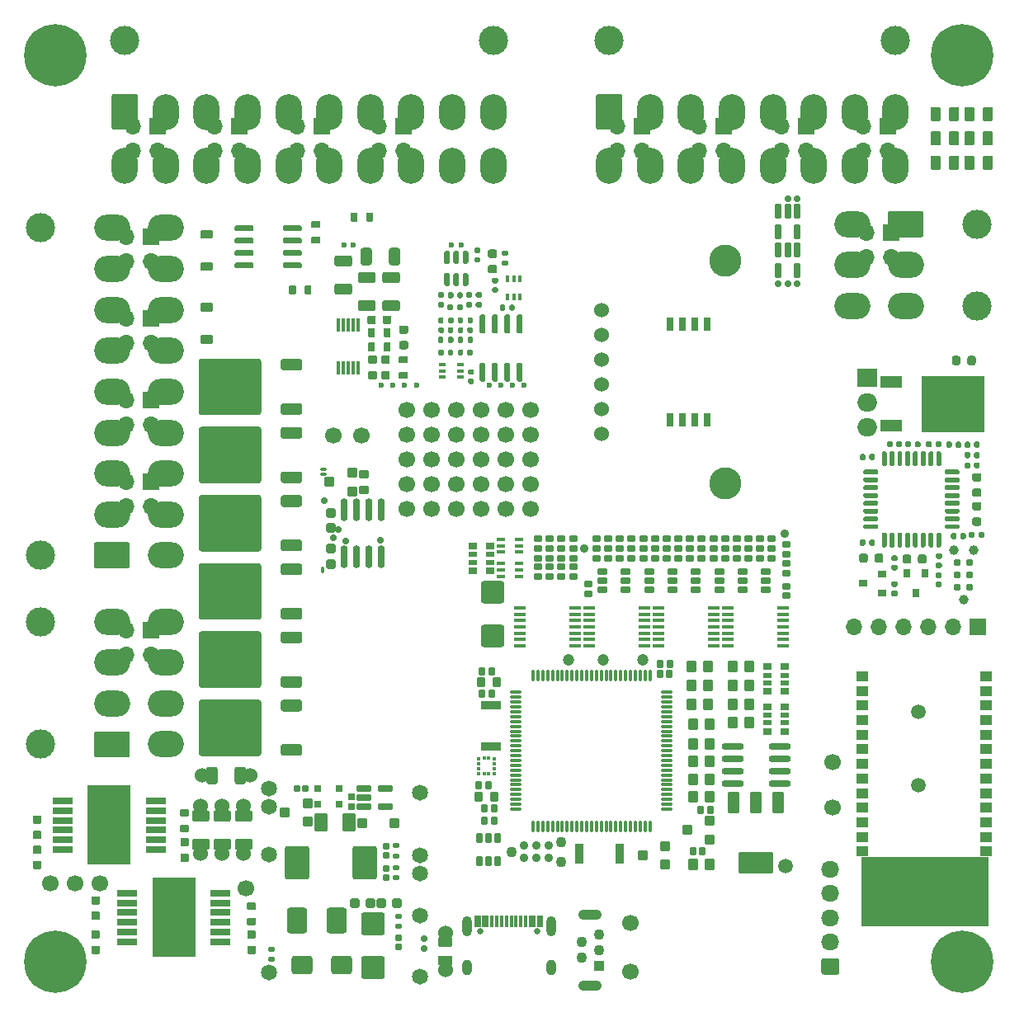
<source format=gts>
G75*
G70*
%OFA0B0*%
%FSLAX25Y25*%
%IPPOS*%
%LPD*%
%AMOC8*
5,1,8,0,0,1.08239X$1,22.5*
%
%AMM116*
21,1,0.027170,0.052760,0.000000,-0.000000,180.000000*
21,1,0.017320,0.062600,0.000000,-0.000000,180.000000*
1,1,0.009840,-0.008660,0.026380*
1,1,0.009840,0.008660,0.026380*
1,1,0.009840,0.008660,-0.026380*
1,1,0.009840,-0.008660,-0.026380*
%
%AMM14*
21,1,0.092130,0.073230,0.000000,0.000000,270.000000*
21,1,0.069290,0.096060,0.000000,0.000000,270.000000*
1,1,0.022840,-0.036610,-0.034650*
1,1,0.022840,-0.036610,0.034650*
1,1,0.022840,0.036610,0.034650*
1,1,0.022840,0.036610,-0.034650*
%
%AMM15*
21,1,0.100000,0.111020,0.000000,0.000000,0.000000*
21,1,0.075590,0.135430,0.000000,0.000000,0.000000*
1,1,0.024410,0.037800,-0.055510*
1,1,0.024410,-0.037800,-0.055510*
1,1,0.024410,-0.037800,0.055510*
1,1,0.024410,0.037800,0.055510*
%
%AMM16*
21,1,0.080320,0.083460,0.000000,0.000000,0.000000*
21,1,0.059840,0.103940,0.000000,0.000000,0.000000*
1,1,0.020470,0.029920,-0.041730*
1,1,0.020470,-0.029920,-0.041730*
1,1,0.020470,-0.029920,0.041730*
1,1,0.020470,0.029920,0.041730*
%
%AMM17*
21,1,0.084250,0.053540,0.000000,0.000000,180.000000*
21,1,0.065350,0.072440,0.000000,0.000000,180.000000*
1,1,0.018900,-0.032680,0.026770*
1,1,0.018900,0.032680,0.026770*
1,1,0.018900,0.032680,-0.026770*
1,1,0.018900,-0.032680,-0.026770*
%
%AMM18*
21,1,0.040950,0.030320,0.000000,0.000000,90.000000*
21,1,0.028350,0.042910,0.000000,0.000000,90.000000*
1,1,0.012600,0.015160,0.014170*
1,1,0.012600,0.015160,-0.014170*
1,1,0.012600,-0.015160,-0.014170*
1,1,0.012600,-0.015160,0.014170*
%
%AMM19*
21,1,0.027170,0.052760,0.000000,0.000000,270.000000*
21,1,0.017320,0.062600,0.000000,0.000000,270.000000*
1,1,0.009840,-0.026380,-0.008660*
1,1,0.009840,-0.026380,0.008660*
1,1,0.009840,0.026380,0.008660*
1,1,0.009840,0.026380,-0.008660*
%
%AMM199*
21,1,0.029530,0.026380,-0.000000,-0.000000,90.000000*
21,1,0.020470,0.035430,-0.000000,-0.000000,90.000000*
1,1,0.009060,0.013190,0.010240*
1,1,0.009060,0.013190,-0.010240*
1,1,0.009060,-0.013190,-0.010240*
1,1,0.009060,-0.013190,0.010240*
%
%AMM20*
21,1,0.041340,0.026770,0.000000,0.000000,0.000000*
21,1,0.029130,0.038980,0.000000,0.000000,0.000000*
1,1,0.012210,0.014570,-0.013390*
1,1,0.012210,-0.014570,-0.013390*
1,1,0.012210,-0.014570,0.013390*
1,1,0.012210,0.014570,0.013390*
%
%AMM200*
21,1,0.021650,0.027950,-0.000000,-0.000000,90.000000*
21,1,0.014170,0.035430,-0.000000,-0.000000,90.000000*
1,1,0.007480,0.013980,0.007090*
1,1,0.007480,0.013980,-0.007090*
1,1,0.007480,-0.013980,-0.007090*
1,1,0.007480,-0.013980,0.007090*
%
%AMM201*
21,1,0.016540,0.028980,-0.000000,-0.000000,270.000000*
21,1,0.010080,0.035430,-0.000000,-0.000000,270.000000*
1,1,0.006460,-0.014490,-0.005040*
1,1,0.006460,-0.014490,0.005040*
1,1,0.006460,0.014490,0.005040*
1,1,0.006460,0.014490,-0.005040*
%
%AMM202*
21,1,0.027560,0.030710,-0.000000,-0.000000,0.000000*
21,1,0.018900,0.039370,-0.000000,-0.000000,0.000000*
1,1,0.008660,0.009450,-0.015350*
1,1,0.008660,-0.009450,-0.015350*
1,1,0.008660,-0.009450,0.015350*
1,1,0.008660,0.009450,0.015350*
%
%AMM203*
21,1,0.031500,0.018900,-0.000000,-0.000000,270.000000*
21,1,0.022840,0.027560,-0.000000,-0.000000,270.000000*
1,1,0.008660,-0.009450,-0.011420*
1,1,0.008660,-0.009450,0.011420*
1,1,0.008660,0.009450,0.011420*
1,1,0.008660,0.009450,-0.011420*
%
%AMM204*
21,1,0.035430,0.072440,-0.000000,-0.000000,270.000000*
21,1,0.025200,0.082680,-0.000000,-0.000000,270.000000*
1,1,0.010240,-0.036220,-0.012600*
1,1,0.010240,-0.036220,0.012600*
1,1,0.010240,0.036220,0.012600*
1,1,0.010240,0.036220,-0.012600*
%
%AMM205*
21,1,0.031500,0.018900,-0.000000,-0.000000,0.000000*
21,1,0.022840,0.027560,-0.000000,-0.000000,0.000000*
1,1,0.008660,0.011420,-0.009450*
1,1,0.008660,-0.011420,-0.009450*
1,1,0.008660,-0.011420,0.009450*
1,1,0.008660,0.011420,0.009450*
%
%AMM206*
21,1,0.027560,0.030710,-0.000000,-0.000000,90.000000*
21,1,0.018900,0.039370,-0.000000,-0.000000,90.000000*
1,1,0.008660,0.015350,0.009450*
1,1,0.008660,0.015350,-0.009450*
1,1,0.008660,-0.015350,-0.009450*
1,1,0.008660,-0.015350,0.009450*
%
%AMM207*
21,1,0.039370,0.030320,-0.000000,-0.000000,90.000000*
21,1,0.028350,0.041340,-0.000000,-0.000000,90.000000*
1,1,0.011020,0.015160,0.014170*
1,1,0.011020,0.015160,-0.014170*
1,1,0.011020,-0.015160,-0.014170*
1,1,0.011020,-0.015160,0.014170*
%
%AMM208*
21,1,0.047240,0.075980,-0.000000,-0.000000,180.000000*
21,1,0.034650,0.088580,-0.000000,-0.000000,180.000000*
1,1,0.012600,-0.017320,0.037990*
1,1,0.012600,0.017320,0.037990*
1,1,0.012600,0.017320,-0.037990*
1,1,0.012600,-0.017320,-0.037990*
%
%AMM209*
21,1,0.043310,0.035430,-0.000000,-0.000000,180.000000*
21,1,0.031500,0.047240,-0.000000,-0.000000,180.000000*
1,1,0.011810,-0.015750,0.017720*
1,1,0.011810,0.015750,0.017720*
1,1,0.011810,0.015750,-0.017720*
1,1,0.011810,-0.015750,-0.017720*
%
%AMM21*
21,1,0.076380,0.036220,0.000000,0.000000,90.000000*
21,1,0.061810,0.050790,0.000000,0.000000,90.000000*
1,1,0.014570,0.018110,0.030910*
1,1,0.014570,0.018110,-0.030910*
1,1,0.014570,-0.018110,-0.030910*
1,1,0.014570,-0.018110,0.030910*
%
%AMM210*
21,1,0.031500,0.030710,-0.000000,-0.000000,180.000000*
21,1,0.022050,0.040160,-0.000000,-0.000000,180.000000*
1,1,0.009450,-0.011020,0.015350*
1,1,0.009450,0.011020,0.015350*
1,1,0.009450,0.011020,-0.015350*
1,1,0.009450,-0.011020,-0.015350*
%
%AMM211*
21,1,0.035430,0.072440,-0.000000,-0.000000,180.000000*
21,1,0.025200,0.082680,-0.000000,-0.000000,180.000000*
1,1,0.010240,-0.012600,0.036220*
1,1,0.010240,0.012600,0.036220*
1,1,0.010240,0.012600,-0.036220*
1,1,0.010240,-0.012600,-0.036220*
%
%AMM212*
21,1,0.141730,0.067720,-0.000000,-0.000000,180.000000*
21,1,0.120870,0.088580,-0.000000,-0.000000,180.000000*
1,1,0.020870,-0.060430,0.033860*
1,1,0.020870,0.060430,0.033860*
1,1,0.020870,0.060430,-0.033860*
1,1,0.020870,-0.060430,-0.033860*
%
%AMM213*
21,1,0.047240,0.075990,-0.000000,-0.000000,180.000000*
21,1,0.034650,0.088580,-0.000000,-0.000000,180.000000*
1,1,0.012600,-0.017320,0.037990*
1,1,0.012600,0.017320,0.037990*
1,1,0.012600,0.017320,-0.037990*
1,1,0.012600,-0.017320,-0.037990*
%
%AMM214*
21,1,0.090550,0.073230,-0.000000,-0.000000,270.000000*
21,1,0.069290,0.094490,-0.000000,-0.000000,270.000000*
1,1,0.021260,-0.036610,-0.034650*
1,1,0.021260,-0.036610,0.034650*
1,1,0.021260,0.036610,0.034650*
1,1,0.021260,0.036610,-0.034650*
%
%AMM22*
21,1,0.038980,0.026770,0.000000,0.000000,0.000000*
21,1,0.026770,0.038980,0.000000,0.000000,0.000000*
1,1,0.012210,0.013390,-0.013390*
1,1,0.012210,-0.013390,-0.013390*
1,1,0.012210,-0.013390,0.013390*
1,1,0.012210,0.013390,0.013390*
%
%AMM23*
21,1,0.021260,0.016540,0.000000,0.000000,270.000000*
21,1,0.012600,0.025200,0.000000,0.000000,270.000000*
1,1,0.008660,-0.008270,-0.006300*
1,1,0.008660,-0.008270,0.006300*
1,1,0.008660,0.008270,0.006300*
1,1,0.008660,0.008270,-0.006300*
%
%AMM24*
21,1,0.029130,0.018900,0.000000,0.000000,90.000000*
21,1,0.018900,0.029130,0.000000,0.000000,90.000000*
1,1,0.010240,0.009450,0.009450*
1,1,0.010240,0.009450,-0.009450*
1,1,0.010240,-0.009450,-0.009450*
1,1,0.010240,-0.009450,0.009450*
%
%AMM25*
21,1,0.025200,0.019680,0.000000,0.000000,0.000000*
21,1,0.015750,0.029130,0.000000,0.000000,0.000000*
1,1,0.009450,0.007870,-0.009840*
1,1,0.009450,-0.007870,-0.009840*
1,1,0.009450,-0.007870,0.009840*
1,1,0.009450,0.007870,0.009840*
%
%AMM252*
21,1,0.040950,0.030320,0.000000,-0.000000,90.000000*
21,1,0.028350,0.042910,0.000000,-0.000000,90.000000*
1,1,0.012600,0.015160,0.014170*
1,1,0.012600,0.015160,-0.014170*
1,1,0.012600,-0.015160,-0.014170*
1,1,0.012600,-0.015160,0.014170*
%
%AMM253*
21,1,0.038980,0.026770,0.000000,-0.000000,270.000000*
21,1,0.026770,0.038980,0.000000,-0.000000,270.000000*
1,1,0.012210,-0.013390,-0.013390*
1,1,0.012210,-0.013390,0.013390*
1,1,0.012210,0.013390,0.013390*
1,1,0.012210,0.013390,-0.013390*
%
%AMM254*
21,1,0.033070,0.030710,0.000000,-0.000000,90.000000*
21,1,0.022050,0.041730,0.000000,-0.000000,90.000000*
1,1,0.011020,0.015350,0.011020*
1,1,0.011020,0.015350,-0.011020*
1,1,0.011020,-0.015350,-0.011020*
1,1,0.011020,-0.015350,0.011020*
%
%AMM26*
21,1,0.025200,0.019680,0.000000,0.000000,270.000000*
21,1,0.015750,0.029130,0.000000,0.000000,270.000000*
1,1,0.009450,-0.009840,-0.007870*
1,1,0.009450,-0.009840,0.007870*
1,1,0.009450,0.009840,0.007870*
1,1,0.009450,0.009840,-0.007870*
%
%ADD11R,0.06693X0.06693*%
%ADD116M14*%
%ADD117M15*%
%ADD118M16*%
%ADD119M17*%
%ADD12O,0.06693X0.06693*%
%ADD120M18*%
%ADD121M19*%
%ADD122M20*%
%ADD123M21*%
%ADD124M22*%
%ADD125M23*%
%ADD126M24*%
%ADD127M25*%
%ADD128M26*%
%ADD129C,0.02913*%
%ADD13O,0.10630X0.14567*%
%ADD130C,0.06457*%
%ADD14C,0.06693*%
%ADD147R,0.02559X0.01575*%
%ADD153R,0.01575X0.02559*%
%ADD156R,0.03543X0.03150*%
%ADD158C,0.05118*%
%ADD16C,0.11811*%
%ADD160R,0.03150X0.03543*%
%ADD168C,0.03100*%
%ADD171C,0.03900*%
%ADD205O,0.05118X0.01260*%
%ADD206O,0.01260X0.05118*%
%ADD207O,0.04724X0.01575*%
%ADD208C,0.03494*%
%ADD211R,0.01772X0.01378*%
%ADD212R,0.01378X0.01772*%
%ADD217O,0.09055X0.02756*%
%ADD224C,0.03543*%
%ADD226C,0.04724*%
%ADD227C,0.04294*%
%ADD24C,0.03150*%
%ADD25C,0.25197*%
%ADD26C,0.06000*%
%ADD27O,0.07283X0.06693*%
%ADD271O,0.02520X0.01535*%
%ADD272O,0.01535X0.02520*%
%ADD28C,0.02362*%
%ADD297M116*%
%ADD306R,0.01181X0.05512*%
%ADD307R,0.08661X0.04724*%
%ADD308R,0.25197X0.22835*%
%ADD309R,0.07874X0.07500*%
%ADD310O,0.07874X0.07500*%
%ADD34R,0.04331X0.04331*%
%ADD35C,0.04331*%
%ADD36O,0.09449X0.04331*%
%ADD39C,0.05906*%
%ADD408M199*%
%ADD409M200*%
%ADD410M201*%
%ADD411M202*%
%ADD412M203*%
%ADD413M204*%
%ADD414M205*%
%ADD415M206*%
%ADD416M207*%
%ADD417M208*%
%ADD418M209*%
%ADD419M210*%
%ADD420M211*%
%ADD421M212*%
%ADD422M213*%
%ADD423M214*%
%ADD452O,0.02913X0.09213*%
%ADD462M252*%
%ADD463M253*%
%ADD464M254*%
%ADD52O,0.00984X0.01969*%
%ADD54O,0.01969X0.00984*%
%ADD55O,0.14567X0.10630*%
%ADD56R,0.05118X0.03937*%
%ADD57R,0.07874X0.02559*%
%ADD58R,0.17717X0.31890*%
%ADD71R,0.01181X0.04528*%
%ADD72O,0.03937X0.08268*%
%ADD73O,0.03937X0.06299*%
%ADD74C,0.13000*%
%ADD75R,0.02717X0.05315*%
%ADD80C,0.00472*%
%ADD81C,0.02559*%
X0000000Y0000000D02*
%LPD*%
G01*
D80*
X0390354Y0028445D02*
X0339173Y0028445D01*
X0339173Y0056004D01*
X0390354Y0056004D01*
X0390354Y0028445D01*
G36*
X0390354Y0028445D02*
G01*
X0339173Y0028445D01*
X0339173Y0056004D01*
X0390354Y0056004D01*
X0390354Y0028445D01*
G37*
G36*
G01*
X0380906Y0334154D02*
X0380906Y0339075D01*
G75*
G02*
X0381299Y0339469I0000394J0000000D01*
G01*
X0384449Y0339469D01*
G75*
G02*
X0384843Y0339075I0000000J-000394D01*
G01*
X0384843Y0334154D01*
G75*
G02*
X0384449Y0333760I-000394J0000000D01*
G01*
X0381299Y0333760D01*
G75*
G02*
X0380906Y0334154I0000000J0000394D01*
G01*
G37*
G36*
G01*
X0388386Y0334154D02*
X0388386Y0339075D01*
G75*
G02*
X0388780Y0339469I0000394J0000000D01*
G01*
X0391929Y0339469D01*
G75*
G02*
X0392323Y0339075I0000000J-000394D01*
G01*
X0392323Y0334154D01*
G75*
G02*
X0391929Y0333760I-000394J0000000D01*
G01*
X0388780Y0333760D01*
G75*
G02*
X0388386Y0334154I0000000J0000394D01*
G01*
G37*
G36*
G01*
X0113287Y0295709D02*
X0113287Y0294528D01*
G75*
G02*
X0112697Y0293937I-000591J0000000D01*
G01*
X0106201Y0293937D01*
G75*
G02*
X0105610Y0294528I0000000J0000591D01*
G01*
X0105610Y0295709D01*
G75*
G02*
X0106201Y0296299I0000591J0000000D01*
G01*
X0112697Y0296299D01*
G75*
G02*
X0113287Y0295709I0000000J-000591D01*
G01*
G37*
G36*
G01*
X0113287Y0300709D02*
X0113287Y0299528D01*
G75*
G02*
X0112697Y0298937I-000591J0000000D01*
G01*
X0106201Y0298937D01*
G75*
G02*
X0105610Y0299528I0000000J0000591D01*
G01*
X0105610Y0300709D01*
G75*
G02*
X0106201Y0301299I0000591J0000000D01*
G01*
X0112697Y0301299D01*
G75*
G02*
X0113287Y0300709I0000000J-000591D01*
G01*
G37*
G36*
G01*
X0113287Y0305709D02*
X0113287Y0304528D01*
G75*
G02*
X0112697Y0303937I-000591J0000000D01*
G01*
X0106201Y0303937D01*
G75*
G02*
X0105610Y0304528I0000000J0000591D01*
G01*
X0105610Y0305709D01*
G75*
G02*
X0106201Y0306299I0000591J0000000D01*
G01*
X0112697Y0306299D01*
G75*
G02*
X0113287Y0305709I0000000J-000591D01*
G01*
G37*
G36*
G01*
X0113287Y0310709D02*
X0113287Y0309528D01*
G75*
G02*
X0112697Y0308937I-000591J0000000D01*
G01*
X0106201Y0308937D01*
G75*
G02*
X0105610Y0309528I0000000J0000591D01*
G01*
X0105610Y0310709D01*
G75*
G02*
X0106201Y0311299I0000591J0000000D01*
G01*
X0112697Y0311299D01*
G75*
G02*
X0113287Y0310709I0000000J-000591D01*
G01*
G37*
G36*
G01*
X0093799Y0310709D02*
X0093799Y0309528D01*
G75*
G02*
X0093209Y0308937I-000591J0000000D01*
G01*
X0086713Y0308937D01*
G75*
G02*
X0086122Y0309528I0000000J0000591D01*
G01*
X0086122Y0310709D01*
G75*
G02*
X0086713Y0311299I0000591J0000000D01*
G01*
X0093209Y0311299D01*
G75*
G02*
X0093799Y0310709I0000000J-000591D01*
G01*
G37*
G36*
G01*
X0093799Y0305709D02*
X0093799Y0304528D01*
G75*
G02*
X0093209Y0303937I-000591J0000000D01*
G01*
X0086713Y0303937D01*
G75*
G02*
X0086122Y0304528I0000000J0000591D01*
G01*
X0086122Y0305709D01*
G75*
G02*
X0086713Y0306299I0000591J0000000D01*
G01*
X0093209Y0306299D01*
G75*
G02*
X0093799Y0305709I0000000J-000591D01*
G01*
G37*
G36*
G01*
X0093799Y0300709D02*
X0093799Y0299528D01*
G75*
G02*
X0093209Y0298937I-000591J0000000D01*
G01*
X0086713Y0298937D01*
G75*
G02*
X0086122Y0299528I0000000J0000591D01*
G01*
X0086122Y0300709D01*
G75*
G02*
X0086713Y0301299I0000591J0000000D01*
G01*
X0093209Y0301299D01*
G75*
G02*
X0093799Y0300709I0000000J-000591D01*
G01*
G37*
G36*
G01*
X0093799Y0295709D02*
X0093799Y0294528D01*
G75*
G02*
X0093209Y0293937I-000591J0000000D01*
G01*
X0086713Y0293937D01*
G75*
G02*
X0086122Y0294528I0000000J0000591D01*
G01*
X0086122Y0295709D01*
G75*
G02*
X0086713Y0296299I0000591J0000000D01*
G01*
X0093209Y0296299D01*
G75*
G02*
X0093799Y0295709I0000000J-000591D01*
G01*
G37*
G36*
G01*
X0028583Y0040217D02*
X0031260Y0040217D01*
G75*
G02*
X0031594Y0039882I0000000J-000335D01*
G01*
X0031594Y0037205D01*
G75*
G02*
X0031260Y0036870I-000335J0000000D01*
G01*
X0028583Y0036870D01*
G75*
G02*
X0028248Y0037205I0000000J0000335D01*
G01*
X0028248Y0039882D01*
G75*
G02*
X0028583Y0040217I0000335J0000000D01*
G01*
G37*
G36*
G01*
X0028583Y0033996D02*
X0031260Y0033996D01*
G75*
G02*
X0031594Y0033661I0000000J-000335D01*
G01*
X0031594Y0030984D01*
G75*
G02*
X0031260Y0030650I-000335J0000000D01*
G01*
X0028583Y0030650D01*
G75*
G02*
X0028248Y0030984I0000000J0000335D01*
G01*
X0028248Y0033661D01*
G75*
G02*
X0028583Y0033996I0000335J0000000D01*
G01*
G37*
G36*
G01*
X0380906Y0343996D02*
X0380906Y0348917D01*
G75*
G02*
X0381299Y0349311I0000394J0000000D01*
G01*
X0384449Y0349311D01*
G75*
G02*
X0384843Y0348917I0000000J-000394D01*
G01*
X0384843Y0343996D01*
G75*
G02*
X0384449Y0343602I-000394J0000000D01*
G01*
X0381299Y0343602D01*
G75*
G02*
X0380906Y0343996I0000000J0000394D01*
G01*
G37*
G36*
G01*
X0388386Y0343996D02*
X0388386Y0348917D01*
G75*
G02*
X0388780Y0349311I0000394J0000000D01*
G01*
X0391929Y0349311D01*
G75*
G02*
X0392323Y0348917I0000000J-000394D01*
G01*
X0392323Y0343996D01*
G75*
G02*
X0391929Y0343602I-000394J0000000D01*
G01*
X0388780Y0343602D01*
G75*
G02*
X0388386Y0343996I0000000J0000394D01*
G01*
G37*
G36*
G01*
X0113386Y0155787D02*
X0113386Y0153031D01*
G75*
G02*
X0112402Y0152047I-000984J0000000D01*
G01*
X0105709Y0152047D01*
G75*
G02*
X0104724Y0153031I0000000J0000984D01*
G01*
X0104724Y0155787D01*
G75*
G02*
X0105709Y0156772I0000984J0000000D01*
G01*
X0112402Y0156772D01*
G75*
G02*
X0113386Y0155787I0000000J-000984D01*
G01*
G37*
G36*
G01*
X0096850Y0173819D02*
X0096850Y0152953D01*
G75*
G02*
X0095866Y0151969I-000984J0000000D01*
G01*
X0072638Y0151969D01*
G75*
G02*
X0071654Y0152953I0000000J0000984D01*
G01*
X0071654Y0173819D01*
G75*
G02*
X0072638Y0174803I0000984J0000000D01*
G01*
X0095866Y0174803D01*
G75*
G02*
X0096850Y0173819I0000000J-000984D01*
G01*
G37*
G36*
G01*
X0113386Y0173740D02*
X0113386Y0170984D01*
G75*
G02*
X0112402Y0170000I-000984J0000000D01*
G01*
X0105709Y0170000D01*
G75*
G02*
X0104724Y0170984I0000000J0000984D01*
G01*
X0104724Y0173740D01*
G75*
G02*
X0105709Y0174724I0000984J0000000D01*
G01*
X0112402Y0174724D01*
G75*
G02*
X0113386Y0173740I0000000J-000984D01*
G01*
G37*
D11*
X0052421Y0207677D03*
D12*
X0042421Y0207677D03*
X0052421Y0197677D03*
X0042421Y0197677D03*
D16*
X0237402Y0385925D03*
X0353150Y0385925D03*
G36*
G01*
X0232087Y0350886D02*
X0232087Y0363484D01*
G75*
G02*
X0233071Y0364469I0000984J0000000D01*
G01*
X0241732Y0364469D01*
G75*
G02*
X0242717Y0363484I0000000J-000984D01*
G01*
X0242717Y0350886D01*
G75*
G02*
X0241732Y0349902I-000984J0000000D01*
G01*
X0233071Y0349902D01*
G75*
G02*
X0232087Y0350886I0000000J0000984D01*
G01*
G37*
D13*
X0253937Y0357185D03*
X0270472Y0357185D03*
X0287008Y0357185D03*
X0303543Y0357185D03*
X0320079Y0357185D03*
X0336614Y0357185D03*
X0353150Y0357185D03*
X0237402Y0335531D03*
X0253937Y0335531D03*
X0270472Y0335531D03*
X0287008Y0335531D03*
X0303543Y0335531D03*
X0320079Y0335531D03*
X0336614Y0335531D03*
X0353150Y0335531D03*
D14*
X0327559Y0075984D03*
D11*
X0052421Y0240748D03*
D12*
X0042421Y0240748D03*
X0052421Y0230748D03*
X0042421Y0230748D03*
D16*
X0041732Y0385925D03*
X0190551Y0385925D03*
G36*
G01*
X0036417Y0350886D02*
X0036417Y0363484D01*
G75*
G02*
X0037402Y0364469I0000984J0000000D01*
G01*
X0046063Y0364469D01*
G75*
G02*
X0047047Y0363484I0000000J-000984D01*
G01*
X0047047Y0350886D01*
G75*
G02*
X0046063Y0349902I-000984J0000000D01*
G01*
X0037402Y0349902D01*
G75*
G02*
X0036417Y0350886I0000000J0000984D01*
G01*
G37*
D13*
X0058268Y0357185D03*
X0074803Y0357185D03*
X0091339Y0357185D03*
X0107874Y0357185D03*
X0124409Y0357185D03*
X0140945Y0357185D03*
X0157480Y0357185D03*
X0174016Y0357185D03*
X0190551Y0357185D03*
X0041732Y0335531D03*
X0058268Y0335531D03*
X0074803Y0335531D03*
X0091339Y0335531D03*
X0107874Y0335531D03*
X0124409Y0335531D03*
X0140945Y0335531D03*
X0157480Y0335531D03*
X0174016Y0335531D03*
X0190551Y0335531D03*
G36*
G01*
X0113386Y0238465D02*
X0113386Y0235709D01*
G75*
G02*
X0112402Y0234724I-000984J0000000D01*
G01*
X0105709Y0234724D01*
G75*
G02*
X0104724Y0235709I0000000J0000984D01*
G01*
X0104724Y0238465D01*
G75*
G02*
X0105709Y0239449I0000984J0000000D01*
G01*
X0112402Y0239449D01*
G75*
G02*
X0113386Y0238465I0000000J-000984D01*
G01*
G37*
G36*
G01*
X0096850Y0256496D02*
X0096850Y0235630D01*
G75*
G02*
X0095866Y0234646I-000984J0000000D01*
G01*
X0072638Y0234646D01*
G75*
G02*
X0071654Y0235630I0000000J0000984D01*
G01*
X0071654Y0256496D01*
G75*
G02*
X0072638Y0257480I0000984J0000000D01*
G01*
X0095866Y0257480D01*
G75*
G02*
X0096850Y0256496I0000000J-000984D01*
G01*
G37*
G36*
G01*
X0113386Y0256417D02*
X0113386Y0253661D01*
G75*
G02*
X0112402Y0252677I-000984J0000000D01*
G01*
X0105709Y0252677D01*
G75*
G02*
X0104724Y0253661I0000000J0000984D01*
G01*
X0104724Y0256417D01*
G75*
G02*
X0105709Y0257402I0000984J0000000D01*
G01*
X0112402Y0257402D01*
G75*
G02*
X0113386Y0256417I0000000J-000984D01*
G01*
G37*
G36*
G01*
X0113386Y0210906D02*
X0113386Y0208150D01*
G75*
G02*
X0112402Y0207165I-000984J0000000D01*
G01*
X0105709Y0207165D01*
G75*
G02*
X0104724Y0208150I0000000J0000984D01*
G01*
X0104724Y0210906D01*
G75*
G02*
X0105709Y0211890I0000984J0000000D01*
G01*
X0112402Y0211890D01*
G75*
G02*
X0113386Y0210906I0000000J-000984D01*
G01*
G37*
G36*
G01*
X0096850Y0228937D02*
X0096850Y0208071D01*
G75*
G02*
X0095866Y0207087I-000984J0000000D01*
G01*
X0072638Y0207087D01*
G75*
G02*
X0071654Y0208071I0000000J0000984D01*
G01*
X0071654Y0228937D01*
G75*
G02*
X0072638Y0229921I0000984J0000000D01*
G01*
X0095866Y0229921D01*
G75*
G02*
X0096850Y0228937I0000000J-000984D01*
G01*
G37*
G36*
G01*
X0113386Y0228858D02*
X0113386Y0226102D01*
G75*
G02*
X0112402Y0225118I-000984J0000000D01*
G01*
X0105709Y0225118D01*
G75*
G02*
X0104724Y0226102I0000000J0000984D01*
G01*
X0104724Y0228858D01*
G75*
G02*
X0105709Y0229843I0000984J0000000D01*
G01*
X0112402Y0229843D01*
G75*
G02*
X0113386Y0228858I0000000J-000984D01*
G01*
G37*
D11*
X0154291Y0351280D03*
D12*
X0144291Y0351280D03*
X0154291Y0341280D03*
X0144291Y0341280D03*
D14*
X0125984Y0226378D03*
G36*
G01*
X0091575Y0026437D02*
X0094252Y0026437D01*
G75*
G02*
X0094587Y0026102I0000000J-000335D01*
G01*
X0094587Y0023425D01*
G75*
G02*
X0094252Y0023091I-000335J0000000D01*
G01*
X0091575Y0023091D01*
G75*
G02*
X0091240Y0023425I0000000J0000335D01*
G01*
X0091240Y0026102D01*
G75*
G02*
X0091575Y0026437I0000335J0000000D01*
G01*
G37*
G36*
G01*
X0091575Y0020217D02*
X0094252Y0020217D01*
G75*
G02*
X0094587Y0019882I0000000J-000335D01*
G01*
X0094587Y0017205D01*
G75*
G02*
X0094252Y0016870I-000335J0000000D01*
G01*
X0091575Y0016870D01*
G75*
G02*
X0091240Y0017205I0000000J0000335D01*
G01*
X0091240Y0019882D01*
G75*
G02*
X0091575Y0020217I0000335J0000000D01*
G01*
G37*
G36*
G01*
X0142057Y0316201D02*
X0142057Y0313130D01*
G75*
G02*
X0141781Y0312854I-000276J0000000D01*
G01*
X0139577Y0312854D01*
G75*
G02*
X0139301Y0313130I0000000J0000276D01*
G01*
X0139301Y0316201D01*
G75*
G02*
X0139577Y0316476I0000276J0000000D01*
G01*
X0141781Y0316476D01*
G75*
G02*
X0142057Y0316201I0000000J-000276D01*
G01*
G37*
G36*
G01*
X0135758Y0316201D02*
X0135758Y0313130D01*
G75*
G02*
X0135482Y0312854I-000276J0000000D01*
G01*
X0133278Y0312854D01*
G75*
G02*
X0133002Y0313130I0000000J0000276D01*
G01*
X0133002Y0316201D01*
G75*
G02*
X0133278Y0316476I0000276J0000000D01*
G01*
X0135482Y0316476D01*
G75*
G02*
X0135758Y0316201I0000000J-000276D01*
G01*
G37*
X0137402Y0226378D03*
G36*
G01*
X0064508Y0063681D02*
X0067185Y0063681D01*
G75*
G02*
X0067520Y0063346I0000000J-000335D01*
G01*
X0067520Y0060669D01*
G75*
G02*
X0067185Y0060335I-000335J0000000D01*
G01*
X0064508Y0060335D01*
G75*
G02*
X0064173Y0060669I0000000J0000335D01*
G01*
X0064173Y0063346D01*
G75*
G02*
X0064508Y0063681I0000335J0000000D01*
G01*
G37*
G36*
G01*
X0064508Y0057461D02*
X0067185Y0057461D01*
G75*
G02*
X0067520Y0057126I0000000J-000335D01*
G01*
X0067520Y0054449D01*
G75*
G02*
X0067185Y0054114I-000335J0000000D01*
G01*
X0064508Y0054114D01*
G75*
G02*
X0064173Y0054449I0000000J0000335D01*
G01*
X0064173Y0057126D01*
G75*
G02*
X0064508Y0057461I0000335J0000000D01*
G01*
G37*
X0021811Y0045276D03*
D24*
X0004331Y0379921D03*
X0007098Y0386603D03*
X0007098Y0373240D03*
X0013780Y0389370D03*
D25*
X0013780Y0379921D03*
D24*
X0013780Y0370472D03*
X0020461Y0386603D03*
X0020461Y0373240D03*
X0023228Y0379921D03*
X0370472Y0379921D03*
X0373240Y0386603D03*
X0373240Y0373240D03*
X0379921Y0389370D03*
D25*
X0379921Y0379921D03*
D24*
X0379921Y0370472D03*
X0386603Y0386603D03*
X0386603Y0373240D03*
X0389370Y0379921D03*
D26*
X0072441Y0076575D03*
G36*
G01*
X0068898Y0071280D02*
X0068898Y0073996D01*
G75*
G02*
X0069803Y0074902I0000906J0000000D01*
G01*
X0075079Y0074902D01*
G75*
G02*
X0075984Y0073996I0000000J-000906D01*
G01*
X0075984Y0071280D01*
G75*
G02*
X0075079Y0070374I-000906J0000000D01*
G01*
X0069803Y0070374D01*
G75*
G02*
X0068898Y0071280I0000000J0000906D01*
G01*
G37*
G36*
G01*
X0068898Y0059862D02*
X0068898Y0062579D01*
G75*
G02*
X0069803Y0063484I0000906J0000000D01*
G01*
X0075079Y0063484D01*
G75*
G02*
X0075984Y0062579I0000000J-000906D01*
G01*
X0075984Y0059862D01*
G75*
G02*
X0075079Y0058957I-000906J0000000D01*
G01*
X0069803Y0058957D01*
G75*
G02*
X0068898Y0059862I0000000J0000906D01*
G01*
G37*
X0072441Y0057283D03*
G36*
G01*
X0367323Y0334154D02*
X0367323Y0339075D01*
G75*
G02*
X0367717Y0339469I0000394J0000000D01*
G01*
X0370866Y0339469D01*
G75*
G02*
X0371260Y0339075I0000000J-000394D01*
G01*
X0371260Y0334154D01*
G75*
G02*
X0370866Y0333760I-000394J0000000D01*
G01*
X0367717Y0333760D01*
G75*
G02*
X0367323Y0334154I0000000J0000394D01*
G01*
G37*
G36*
G01*
X0374803Y0334154D02*
X0374803Y0339075D01*
G75*
G02*
X0375197Y0339469I0000394J0000000D01*
G01*
X0378347Y0339469D01*
G75*
G02*
X0378740Y0339075I0000000J-000394D01*
G01*
X0378740Y0334154D01*
G75*
G02*
X0378347Y0333760I-000394J0000000D01*
G01*
X0375197Y0333760D01*
G75*
G02*
X0374803Y0334154I0000000J0000394D01*
G01*
G37*
G36*
G01*
X0004961Y0072894D02*
X0007638Y0072894D01*
G75*
G02*
X0007972Y0072559I0000000J-000335D01*
G01*
X0007972Y0069882D01*
G75*
G02*
X0007638Y0069547I-000335J0000000D01*
G01*
X0004961Y0069547D01*
G75*
G02*
X0004626Y0069882I0000000J0000335D01*
G01*
X0004626Y0072559D01*
G75*
G02*
X0004961Y0072894I0000335J0000000D01*
G01*
G37*
G36*
G01*
X0004961Y0066673D02*
X0007638Y0066673D01*
G75*
G02*
X0007972Y0066339I0000000J-000335D01*
G01*
X0007972Y0063661D01*
G75*
G02*
X0007638Y0063327I-000335J0000000D01*
G01*
X0004961Y0063327D01*
G75*
G02*
X0004626Y0063661I0000000J0000335D01*
G01*
X0004626Y0066339D01*
G75*
G02*
X0004961Y0066673I0000335J0000000D01*
G01*
G37*
G36*
G01*
X0329429Y0008465D02*
X0324114Y0008465D01*
G75*
G02*
X0323130Y0009449I0000000J0000984D01*
G01*
X0323130Y0014173D01*
G75*
G02*
X0324114Y0015157I0000984J0000000D01*
G01*
X0329429Y0015157D01*
G75*
G02*
X0330413Y0014173I0000000J-000984D01*
G01*
X0330413Y0009449D01*
G75*
G02*
X0329429Y0008465I-000984J0000000D01*
G01*
G37*
D27*
X0326772Y0021654D03*
X0326772Y0031496D03*
X0326772Y0041339D03*
X0326772Y0051181D03*
D14*
X0246063Y0029528D03*
D24*
X0004331Y0013780D03*
X0007098Y0020461D03*
X0007098Y0007098D03*
X0013780Y0023228D03*
D25*
X0013780Y0013780D03*
D24*
X0013780Y0004331D03*
X0020461Y0020461D03*
X0020461Y0007098D03*
X0023228Y0013780D03*
D28*
X0193602Y0246752D03*
X0188878Y0246752D03*
X0198327Y0246752D03*
X0203051Y0246752D03*
X0177618Y0303543D03*
X0173681Y0303543D03*
G36*
G01*
X0117126Y0286772D02*
X0117126Y0283701D01*
G75*
G02*
X0116850Y0283425I-000276J0000000D01*
G01*
X0114646Y0283425D01*
G75*
G02*
X0114370Y0283701I0000000J0000276D01*
G01*
X0114370Y0286772D01*
G75*
G02*
X0114646Y0287047I0000276J0000000D01*
G01*
X0116850Y0287047D01*
G75*
G02*
X0117126Y0286772I0000000J-000276D01*
G01*
G37*
G36*
G01*
X0110827Y0286772D02*
X0110827Y0283701D01*
G75*
G02*
X0110551Y0283425I-000276J0000000D01*
G01*
X0108346Y0283425D01*
G75*
G02*
X0108071Y0283701I0000000J0000276D01*
G01*
X0108071Y0286772D01*
G75*
G02*
X0108346Y0287047I0000276J0000000D01*
G01*
X0110551Y0287047D01*
G75*
G02*
X0110827Y0286772I0000000J-000276D01*
G01*
G37*
D14*
X0011811Y0045276D03*
D34*
X0233268Y0012205D03*
D35*
X0226378Y0015354D03*
X0233268Y0018504D03*
X0226378Y0021654D03*
X0233268Y0024803D03*
D36*
X0229823Y0004134D03*
X0229823Y0032874D03*
D26*
X0081102Y0076575D03*
G36*
G01*
X0077559Y0071280D02*
X0077559Y0073996D01*
G75*
G02*
X0078465Y0074902I0000906J0000000D01*
G01*
X0083740Y0074902D01*
G75*
G02*
X0084646Y0073996I0000000J-000906D01*
G01*
X0084646Y0071280D01*
G75*
G02*
X0083740Y0070374I-000906J0000000D01*
G01*
X0078465Y0070374D01*
G75*
G02*
X0077559Y0071280I0000000J0000906D01*
G01*
G37*
G36*
G01*
X0077559Y0059862D02*
X0077559Y0062579D01*
G75*
G02*
X0078465Y0063484I0000906J0000000D01*
G01*
X0083740Y0063484D01*
G75*
G02*
X0084646Y0062579I0000000J-000906D01*
G01*
X0084646Y0059862D01*
G75*
G02*
X0083740Y0058957I-000906J0000000D01*
G01*
X0078465Y0058957D01*
G75*
G02*
X0077559Y0059862I0000000J0000906D01*
G01*
G37*
X0081102Y0057283D03*
D28*
X0313287Y0287894D03*
X0309547Y0287894D03*
X0305807Y0287894D03*
X0309744Y0322146D03*
X0313287Y0322146D03*
G36*
G01*
X0031260Y0016870D02*
X0028583Y0016870D01*
G75*
G02*
X0028248Y0017205I0000000J0000335D01*
G01*
X0028248Y0019882D01*
G75*
G02*
X0028583Y0020217I0000335J0000000D01*
G01*
X0031260Y0020217D01*
G75*
G02*
X0031594Y0019882I0000000J-000335D01*
G01*
X0031594Y0017205D01*
G75*
G02*
X0031260Y0016870I-000335J0000000D01*
G01*
G37*
G36*
G01*
X0031260Y0023091D02*
X0028583Y0023091D01*
G75*
G02*
X0028248Y0023425I0000000J0000335D01*
G01*
X0028248Y0026102D01*
G75*
G02*
X0028583Y0026437I0000335J0000000D01*
G01*
X0031260Y0026437D01*
G75*
G02*
X0031594Y0026102I0000000J-000335D01*
G01*
X0031594Y0023425D01*
G75*
G02*
X0031260Y0023091I-000335J0000000D01*
G01*
G37*
D14*
X0090551Y0043307D03*
D39*
X0160925Y0081988D03*
X0160925Y0056791D03*
X0160925Y0049311D03*
X0160925Y0032382D03*
D28*
X0162697Y0022933D03*
X0162697Y0018996D03*
D39*
X0160925Y0007776D03*
X0099902Y0083760D03*
X0099902Y0076476D03*
X0099902Y0056988D03*
X0099902Y0009547D03*
G36*
G01*
X0113386Y0100669D02*
X0113386Y0097913D01*
G75*
G02*
X0112402Y0096929I-000984J0000000D01*
G01*
X0105709Y0096929D01*
G75*
G02*
X0104724Y0097913I0000000J0000984D01*
G01*
X0104724Y0100669D01*
G75*
G02*
X0105709Y0101654I0000984J0000000D01*
G01*
X0112402Y0101654D01*
G75*
G02*
X0113386Y0100669I0000000J-000984D01*
G01*
G37*
G36*
G01*
X0096850Y0118701D02*
X0096850Y0097835D01*
G75*
G02*
X0095866Y0096850I-000984J0000000D01*
G01*
X0072638Y0096850D01*
G75*
G02*
X0071654Y0097835I0000000J0000984D01*
G01*
X0071654Y0118701D01*
G75*
G02*
X0072638Y0119685I0000984J0000000D01*
G01*
X0095866Y0119685D01*
G75*
G02*
X0096850Y0118701I0000000J-000984D01*
G01*
G37*
G36*
G01*
X0113386Y0118622D02*
X0113386Y0115866D01*
G75*
G02*
X0112402Y0114882I-000984J0000000D01*
G01*
X0105709Y0114882D01*
G75*
G02*
X0104724Y0115866I0000000J0000984D01*
G01*
X0104724Y0118622D01*
G75*
G02*
X0105709Y0119606I0000984J0000000D01*
G01*
X0112402Y0119606D01*
G75*
G02*
X0113386Y0118622I0000000J-000984D01*
G01*
G37*
D52*
X0121654Y0171949D03*
D54*
X0121850Y0212697D03*
X0121850Y0210728D03*
D28*
X0125984Y0184941D03*
X0128051Y0188386D03*
X0131004Y0183760D03*
X0144980Y0184055D03*
G36*
G01*
X0064311Y0075236D02*
X0067382Y0075236D01*
G75*
G02*
X0067657Y0074961I0000000J-000276D01*
G01*
X0067657Y0072756D01*
G75*
G02*
X0067382Y0072480I-000276J0000000D01*
G01*
X0064311Y0072480D01*
G75*
G02*
X0064035Y0072756I0000000J0000276D01*
G01*
X0064035Y0074961D01*
G75*
G02*
X0064311Y0075236I0000276J0000000D01*
G01*
G37*
G36*
G01*
X0064311Y0068937D02*
X0067382Y0068937D01*
G75*
G02*
X0067657Y0068661I0000000J-000276D01*
G01*
X0067657Y0066457D01*
G75*
G02*
X0067382Y0066181I-000276J0000000D01*
G01*
X0064311Y0066181D01*
G75*
G02*
X0064035Y0066457I0000000J0000276D01*
G01*
X0064035Y0068661D01*
G75*
G02*
X0064311Y0068937I0000276J0000000D01*
G01*
G37*
D11*
X0316890Y0351280D03*
D12*
X0306890Y0351280D03*
X0316890Y0341280D03*
X0306890Y0341280D03*
D16*
X0007776Y0177953D03*
X0007776Y0310236D03*
G36*
G01*
X0042815Y0172638D02*
X0030217Y0172638D01*
G75*
G02*
X0029232Y0173622I0000000J0000984D01*
G01*
X0029232Y0182283D01*
G75*
G02*
X0030217Y0183268I0000984J0000000D01*
G01*
X0042815Y0183268D01*
G75*
G02*
X0043799Y0182283I0000000J-000984D01*
G01*
X0043799Y0173622D01*
G75*
G02*
X0042815Y0172638I-000984J0000000D01*
G01*
G37*
D55*
X0036516Y0194488D03*
X0036516Y0211024D03*
X0036516Y0227559D03*
X0036516Y0244094D03*
X0036516Y0260630D03*
X0036516Y0277165D03*
X0036516Y0293701D03*
X0036516Y0310236D03*
X0058169Y0177953D03*
X0058169Y0194488D03*
X0058169Y0211024D03*
X0058169Y0227559D03*
X0058169Y0244094D03*
X0058169Y0260630D03*
X0058169Y0277165D03*
X0058169Y0293701D03*
X0058169Y0310236D03*
G36*
G01*
X0113386Y0183346D02*
X0113386Y0180591D01*
G75*
G02*
X0112402Y0179606I-000984J0000000D01*
G01*
X0105709Y0179606D01*
G75*
G02*
X0104724Y0180591I0000000J0000984D01*
G01*
X0104724Y0183346D01*
G75*
G02*
X0105709Y0184331I0000984J0000000D01*
G01*
X0112402Y0184331D01*
G75*
G02*
X0113386Y0183346I0000000J-000984D01*
G01*
G37*
G36*
G01*
X0096850Y0201378D02*
X0096850Y0180512D01*
G75*
G02*
X0095866Y0179528I-000984J0000000D01*
G01*
X0072638Y0179528D01*
G75*
G02*
X0071654Y0180512I0000000J0000984D01*
G01*
X0071654Y0201378D01*
G75*
G02*
X0072638Y0202362I0000984J0000000D01*
G01*
X0095866Y0202362D01*
G75*
G02*
X0096850Y0201378I0000000J-000984D01*
G01*
G37*
G36*
G01*
X0113386Y0201299D02*
X0113386Y0198543D01*
G75*
G02*
X0112402Y0197559I-000984J0000000D01*
G01*
X0105709Y0197559D01*
G75*
G02*
X0104724Y0198543I0000000J0000984D01*
G01*
X0104724Y0201299D01*
G75*
G02*
X0105709Y0202283I0000984J0000000D01*
G01*
X0112402Y0202283D01*
G75*
G02*
X0113386Y0201299I0000000J-000984D01*
G01*
G37*
D56*
X0389764Y0058268D03*
X0389764Y0064173D03*
X0389764Y0070079D03*
X0389764Y0075984D03*
X0389764Y0081890D03*
X0389764Y0087795D03*
X0389764Y0093701D03*
X0389764Y0099606D03*
X0389764Y0105512D03*
X0389764Y0111417D03*
X0389764Y0117323D03*
X0389764Y0123228D03*
X0389764Y0129134D03*
X0339764Y0129134D03*
X0339764Y0123228D03*
X0339764Y0117323D03*
X0339764Y0111417D03*
X0339764Y0105512D03*
X0339764Y0099606D03*
X0339764Y0093701D03*
X0339764Y0087795D03*
X0339764Y0081890D03*
X0339764Y0075984D03*
X0339764Y0070079D03*
X0339764Y0064173D03*
X0339764Y0058268D03*
D11*
X0349961Y0351280D03*
D12*
X0339961Y0351280D03*
X0349961Y0341280D03*
X0339961Y0341280D03*
D16*
X0385925Y0311811D03*
X0385925Y0278740D03*
G36*
G01*
X0350886Y0317126D02*
X0363484Y0317126D01*
G75*
G02*
X0364469Y0316142I0000000J-000984D01*
G01*
X0364469Y0307480D01*
G75*
G02*
X0363484Y0306496I-000984J0000000D01*
G01*
X0350886Y0306496D01*
G75*
G02*
X0349902Y0307480I0000000J0000984D01*
G01*
X0349902Y0316142D01*
G75*
G02*
X0350886Y0317126I0000984J0000000D01*
G01*
G37*
D55*
X0357185Y0295276D03*
X0357185Y0278740D03*
X0335531Y0311811D03*
X0335531Y0295276D03*
X0335531Y0278740D03*
G36*
G01*
X0367323Y0353839D02*
X0367323Y0358760D01*
G75*
G02*
X0367717Y0359154I0000394J0000000D01*
G01*
X0370866Y0359154D01*
G75*
G02*
X0371260Y0358760I0000000J-000394D01*
G01*
X0371260Y0353839D01*
G75*
G02*
X0370866Y0353445I-000394J0000000D01*
G01*
X0367717Y0353445D01*
G75*
G02*
X0367323Y0353839I0000000J0000394D01*
G01*
G37*
G36*
G01*
X0374803Y0353839D02*
X0374803Y0358760D01*
G75*
G02*
X0375197Y0359154I0000394J0000000D01*
G01*
X0378347Y0359154D01*
G75*
G02*
X0378740Y0358760I0000000J-000394D01*
G01*
X0378740Y0353839D01*
G75*
G02*
X0378347Y0353445I-000394J0000000D01*
G01*
X0375197Y0353445D01*
G75*
G02*
X0374803Y0353839I0000000J0000394D01*
G01*
G37*
D11*
X0121220Y0351280D03*
D12*
X0111220Y0351280D03*
X0121220Y0341280D03*
X0111220Y0341280D03*
D26*
X0089764Y0076575D03*
G36*
G01*
X0086220Y0071280D02*
X0086220Y0073996D01*
G75*
G02*
X0087126Y0074902I0000906J0000000D01*
G01*
X0092402Y0074902D01*
G75*
G02*
X0093307Y0073996I0000000J-000906D01*
G01*
X0093307Y0071280D01*
G75*
G02*
X0092402Y0070374I-000906J0000000D01*
G01*
X0087126Y0070374D01*
G75*
G02*
X0086220Y0071280I0000000J0000906D01*
G01*
G37*
G36*
G01*
X0086220Y0059862D02*
X0086220Y0062579D01*
G75*
G02*
X0087126Y0063484I0000906J0000000D01*
G01*
X0092402Y0063484D01*
G75*
G02*
X0093307Y0062579I0000000J-000906D01*
G01*
X0093307Y0059862D01*
G75*
G02*
X0092402Y0058957I-000906J0000000D01*
G01*
X0087126Y0058957D01*
G75*
G02*
X0086220Y0059862I0000000J0000906D01*
G01*
G37*
X0089764Y0057283D03*
D14*
X0155512Y0196693D03*
X0155512Y0206693D03*
X0155512Y0216693D03*
X0155512Y0226693D03*
X0155512Y0236693D03*
X0165512Y0196693D03*
X0165512Y0206693D03*
X0165512Y0216693D03*
X0165512Y0226693D03*
X0165512Y0236693D03*
X0175512Y0196693D03*
X0175512Y0206693D03*
X0175512Y0216693D03*
X0175512Y0226693D03*
X0175512Y0236693D03*
X0246063Y0009843D03*
D26*
X0171160Y0025491D03*
G36*
G01*
X0168699Y0023699D02*
X0173621Y0023699D01*
G75*
G02*
X0174014Y0023306I0000000J-000394D01*
G01*
X0174014Y0020156D01*
G75*
G02*
X0173621Y0019762I-000394J0000000D01*
G01*
X0168699Y0019762D01*
G75*
G02*
X0168306Y0020156I0000000J0000394D01*
G01*
X0168306Y0023306D01*
G75*
G02*
X0168699Y0023699I0000394J0000000D01*
G01*
G37*
G36*
G01*
X0168699Y0016219D02*
X0173621Y0016219D01*
G75*
G02*
X0174014Y0015825I0000000J-000394D01*
G01*
X0174014Y0012676D01*
G75*
G02*
X0173621Y0012282I-000394J0000000D01*
G01*
X0168699Y0012282D01*
G75*
G02*
X0168306Y0012676I0000000J0000394D01*
G01*
X0168306Y0015825D01*
G75*
G02*
X0168699Y0016219I0000394J0000000D01*
G01*
G37*
X0171160Y0010491D03*
G36*
G01*
X0117362Y0312992D02*
X0120433Y0312992D01*
G75*
G02*
X0120709Y0312717I0000000J-000276D01*
G01*
X0120709Y0310512D01*
G75*
G02*
X0120433Y0310236I-000276J0000000D01*
G01*
X0117362Y0310236D01*
G75*
G02*
X0117087Y0310512I0000000J0000276D01*
G01*
X0117087Y0312717D01*
G75*
G02*
X0117362Y0312992I0000276J0000000D01*
G01*
G37*
G36*
G01*
X0117362Y0306693D02*
X0120433Y0306693D01*
G75*
G02*
X0120709Y0306417I0000000J-000276D01*
G01*
X0120709Y0304213D01*
G75*
G02*
X0120433Y0303937I-000276J0000000D01*
G01*
X0117362Y0303937D01*
G75*
G02*
X0117087Y0304213I0000000J0000276D01*
G01*
X0117087Y0306417D01*
G75*
G02*
X0117362Y0306693I0000276J0000000D01*
G01*
G37*
G36*
G01*
X0076811Y0292913D02*
X0072795Y0292913D01*
G75*
G02*
X0072441Y0293268I0000000J0000354D01*
G01*
X0072441Y0296102D01*
G75*
G02*
X0072795Y0296457I0000354J0000000D01*
G01*
X0076811Y0296457D01*
G75*
G02*
X0077165Y0296102I0000000J-000354D01*
G01*
X0077165Y0293268D01*
G75*
G02*
X0076811Y0292913I-000354J0000000D01*
G01*
G37*
G36*
G01*
X0076811Y0305906D02*
X0072795Y0305906D01*
G75*
G02*
X0072441Y0306260I0000000J0000354D01*
G01*
X0072441Y0309094D01*
G75*
G02*
X0072795Y0309449I0000354J0000000D01*
G01*
X0076811Y0309449D01*
G75*
G02*
X0077165Y0309094I0000000J-000354D01*
G01*
X0077165Y0306260D01*
G75*
G02*
X0076811Y0305906I-000354J0000000D01*
G01*
G37*
G36*
G01*
X0380906Y0353839D02*
X0380906Y0358760D01*
G75*
G02*
X0381299Y0359154I0000394J0000000D01*
G01*
X0384449Y0359154D01*
G75*
G02*
X0384843Y0358760I0000000J-000394D01*
G01*
X0384843Y0353839D01*
G75*
G02*
X0384449Y0353445I-000394J0000000D01*
G01*
X0381299Y0353445D01*
G75*
G02*
X0380906Y0353839I0000000J0000394D01*
G01*
G37*
G36*
G01*
X0388386Y0353839D02*
X0388386Y0358760D01*
G75*
G02*
X0388780Y0359154I0000394J0000000D01*
G01*
X0391929Y0359154D01*
G75*
G02*
X0392323Y0358760I0000000J-000394D01*
G01*
X0392323Y0353839D01*
G75*
G02*
X0391929Y0353445I-000394J0000000D01*
G01*
X0388780Y0353445D01*
G75*
G02*
X0388386Y0353839I0000000J0000394D01*
G01*
G37*
G36*
G01*
X0367323Y0343996D02*
X0367323Y0348917D01*
G75*
G02*
X0367717Y0349311I0000394J0000000D01*
G01*
X0370866Y0349311D01*
G75*
G02*
X0371260Y0348917I0000000J-000394D01*
G01*
X0371260Y0343996D01*
G75*
G02*
X0370866Y0343602I-000394J0000000D01*
G01*
X0367717Y0343602D01*
G75*
G02*
X0367323Y0343996I0000000J0000394D01*
G01*
G37*
G36*
G01*
X0374803Y0343996D02*
X0374803Y0348917D01*
G75*
G02*
X0375197Y0349311I0000394J0000000D01*
G01*
X0378347Y0349311D01*
G75*
G02*
X0378740Y0348917I0000000J-000394D01*
G01*
X0378740Y0343996D01*
G75*
G02*
X0378347Y0343602I-000394J0000000D01*
G01*
X0375197Y0343602D01*
G75*
G02*
X0374803Y0343996I0000000J0000394D01*
G01*
G37*
D57*
X0016535Y0078740D03*
X0016535Y0074803D03*
X0016535Y0070866D03*
X0016535Y0066929D03*
X0016535Y0062992D03*
X0016535Y0059055D03*
X0054331Y0059055D03*
X0054331Y0062992D03*
X0054331Y0066929D03*
X0054331Y0070866D03*
X0054331Y0074803D03*
X0054331Y0078740D03*
D58*
X0035433Y0068898D03*
D57*
X0042618Y0041496D03*
X0042618Y0037559D03*
X0042618Y0033622D03*
X0042618Y0029685D03*
X0042618Y0025748D03*
X0042618Y0021811D03*
X0080413Y0021811D03*
X0080413Y0025748D03*
X0080413Y0029685D03*
X0080413Y0033622D03*
X0080413Y0037559D03*
X0080413Y0041496D03*
D58*
X0061516Y0031654D03*
D11*
X0351437Y0308465D03*
D12*
X0341437Y0308465D03*
X0351437Y0298465D03*
X0341437Y0298465D03*
D16*
X0007776Y0101575D03*
X0007776Y0151181D03*
G36*
G01*
X0042815Y0096260D02*
X0030217Y0096260D01*
G75*
G02*
X0029232Y0097244I0000000J0000984D01*
G01*
X0029232Y0105906D01*
G75*
G02*
X0030217Y0106890I0000984J0000000D01*
G01*
X0042815Y0106890D01*
G75*
G02*
X0043799Y0105906I0000000J-000984D01*
G01*
X0043799Y0097244D01*
G75*
G02*
X0042815Y0096260I-000984J0000000D01*
G01*
G37*
D55*
X0036516Y0118110D03*
X0036516Y0134646D03*
X0036516Y0151181D03*
X0058169Y0101575D03*
X0058169Y0118110D03*
X0058169Y0134646D03*
X0058169Y0151181D03*
D14*
X0327559Y0094488D03*
G36*
G01*
X0113386Y0128228D02*
X0113386Y0125472D01*
G75*
G02*
X0112402Y0124488I-000984J0000000D01*
G01*
X0105709Y0124488D01*
G75*
G02*
X0104724Y0125472I0000000J0000984D01*
G01*
X0104724Y0128228D01*
G75*
G02*
X0105709Y0129213I0000984J0000000D01*
G01*
X0112402Y0129213D01*
G75*
G02*
X0113386Y0128228I0000000J-000984D01*
G01*
G37*
G36*
G01*
X0096850Y0146260D02*
X0096850Y0125394D01*
G75*
G02*
X0095866Y0124409I-000984J0000000D01*
G01*
X0072638Y0124409D01*
G75*
G02*
X0071654Y0125394I0000000J0000984D01*
G01*
X0071654Y0146260D01*
G75*
G02*
X0072638Y0147244I0000984J0000000D01*
G01*
X0095866Y0147244D01*
G75*
G02*
X0096850Y0146260I0000000J-000984D01*
G01*
G37*
G36*
G01*
X0113386Y0146181D02*
X0113386Y0143425D01*
G75*
G02*
X0112402Y0142441I-000984J0000000D01*
G01*
X0105709Y0142441D01*
G75*
G02*
X0104724Y0143425I0000000J0000984D01*
G01*
X0104724Y0146181D01*
G75*
G02*
X0105709Y0147165I0000984J0000000D01*
G01*
X0112402Y0147165D01*
G75*
G02*
X0113386Y0146181I0000000J-000984D01*
G01*
G37*
D11*
X0250748Y0351280D03*
D12*
X0240748Y0351280D03*
X0250748Y0341280D03*
X0240748Y0341280D03*
D81*
X0185472Y0026004D03*
X0208228Y0026004D03*
D71*
X0183661Y0030197D03*
X0186811Y0030197D03*
X0191929Y0030197D03*
X0195866Y0030197D03*
X0197835Y0030197D03*
X0201772Y0030197D03*
X0206890Y0030197D03*
X0210039Y0030197D03*
X0208858Y0030197D03*
X0205709Y0030197D03*
X0203740Y0030197D03*
X0199803Y0030197D03*
X0193898Y0030197D03*
X0189961Y0030197D03*
X0187992Y0030197D03*
X0184843Y0030197D03*
D72*
X0179843Y0027972D03*
D73*
X0179843Y0011516D03*
D72*
X0213858Y0027972D03*
D73*
X0213858Y0011516D03*
D24*
X0370472Y0013780D03*
X0373240Y0020461D03*
X0373240Y0007098D03*
X0379921Y0023228D03*
D25*
X0379921Y0013780D03*
D24*
X0379921Y0004331D03*
X0386603Y0020461D03*
X0386603Y0007098D03*
X0389370Y0013780D03*
D28*
X0150098Y0246752D03*
X0145374Y0246752D03*
X0154823Y0246752D03*
X0159547Y0246752D03*
X0134114Y0303543D03*
X0130177Y0303543D03*
D11*
X0055079Y0351280D03*
D12*
X0045079Y0351280D03*
X0055079Y0341280D03*
X0045079Y0341280D03*
D11*
X0052421Y0306890D03*
D12*
X0042421Y0306890D03*
X0052421Y0296890D03*
X0042421Y0296890D03*
D26*
X0073031Y0088976D03*
G36*
G01*
X0078327Y0085433D02*
X0075610Y0085433D01*
G75*
G02*
X0074705Y0086339I0000000J0000906D01*
G01*
X0074705Y0091614D01*
G75*
G02*
X0075610Y0092520I0000906J0000000D01*
G01*
X0078327Y0092520D01*
G75*
G02*
X0079232Y0091614I0000000J-000906D01*
G01*
X0079232Y0086339D01*
G75*
G02*
X0078327Y0085433I-000906J0000000D01*
G01*
G37*
G36*
G01*
X0089744Y0085433D02*
X0087028Y0085433D01*
G75*
G02*
X0086122Y0086339I0000000J0000906D01*
G01*
X0086122Y0091614D01*
G75*
G02*
X0087028Y0092520I0000906J0000000D01*
G01*
X0089744Y0092520D01*
G75*
G02*
X0090650Y0091614I0000000J-000906D01*
G01*
X0090650Y0086339D01*
G75*
G02*
X0089744Y0085433I-000906J0000000D01*
G01*
G37*
X0092323Y0088976D03*
D11*
X0088150Y0351280D03*
D12*
X0078150Y0351280D03*
X0088150Y0341280D03*
X0078150Y0341280D03*
G36*
G01*
X0076811Y0263386D02*
X0072795Y0263386D01*
G75*
G02*
X0072441Y0263740I0000000J0000354D01*
G01*
X0072441Y0266575D01*
G75*
G02*
X0072795Y0266929I0000354J0000000D01*
G01*
X0076811Y0266929D01*
G75*
G02*
X0077165Y0266575I0000000J-000354D01*
G01*
X0077165Y0263740D01*
G75*
G02*
X0076811Y0263386I-000354J0000000D01*
G01*
G37*
G36*
G01*
X0076811Y0276378D02*
X0072795Y0276378D01*
G75*
G02*
X0072441Y0276732I0000000J0000354D01*
G01*
X0072441Y0279567D01*
G75*
G02*
X0072795Y0279921I0000354J0000000D01*
G01*
X0076811Y0279921D01*
G75*
G02*
X0077165Y0279567I0000000J-000354D01*
G01*
X0077165Y0276732D01*
G75*
G02*
X0076811Y0276378I-000354J0000000D01*
G01*
G37*
D11*
X0386417Y0149213D03*
D12*
X0376417Y0149213D03*
X0366417Y0149213D03*
X0356417Y0149213D03*
X0346417Y0149213D03*
X0336417Y0149213D03*
D11*
X0052421Y0273819D03*
D12*
X0042421Y0273819D03*
X0052421Y0263819D03*
X0042421Y0263819D03*
D11*
X0052421Y0147835D03*
D12*
X0042421Y0147835D03*
X0052421Y0137835D03*
X0042421Y0137835D03*
G36*
G01*
X0091378Y0037598D02*
X0094449Y0037598D01*
G75*
G02*
X0094724Y0037323I0000000J-000276D01*
G01*
X0094724Y0035118D01*
G75*
G02*
X0094449Y0034843I-000276J0000000D01*
G01*
X0091378Y0034843D01*
G75*
G02*
X0091102Y0035118I0000000J0000276D01*
G01*
X0091102Y0037323D01*
G75*
G02*
X0091378Y0037598I0000276J0000000D01*
G01*
G37*
G36*
G01*
X0091378Y0031299D02*
X0094449Y0031299D01*
G75*
G02*
X0094724Y0031024I0000000J-000276D01*
G01*
X0094724Y0028819D01*
G75*
G02*
X0094449Y0028543I-000276J0000000D01*
G01*
X0091378Y0028543D01*
G75*
G02*
X0091102Y0028819I0000000J0000276D01*
G01*
X0091102Y0031024D01*
G75*
G02*
X0091378Y0031299I0000276J0000000D01*
G01*
G37*
D11*
X0283819Y0351280D03*
D12*
X0273819Y0351280D03*
X0283819Y0341280D03*
X0273819Y0341280D03*
D74*
X0284265Y0296969D03*
X0284265Y0206969D03*
D75*
X0276863Y0271427D03*
X0276863Y0232677D03*
X0271863Y0232677D03*
X0266863Y0232677D03*
X0261863Y0232677D03*
D26*
X0234265Y0276969D03*
D75*
X0261863Y0271427D03*
X0266863Y0271427D03*
D26*
X0234265Y0266969D03*
D75*
X0271863Y0271427D03*
D26*
X0234265Y0256969D03*
X0234265Y0246969D03*
X0234265Y0236969D03*
X0234265Y0226969D03*
D14*
X0031811Y0045276D03*
G36*
G01*
X0007638Y0051122D02*
X0004961Y0051122D01*
G75*
G02*
X0004626Y0051457I0000000J0000335D01*
G01*
X0004626Y0054134D01*
G75*
G02*
X0004961Y0054469I0000335J0000000D01*
G01*
X0007638Y0054469D01*
G75*
G02*
X0007972Y0054134I0000000J-000335D01*
G01*
X0007972Y0051457D01*
G75*
G02*
X0007638Y0051122I-000335J0000000D01*
G01*
G37*
G36*
G01*
X0007638Y0057343D02*
X0004961Y0057343D01*
G75*
G02*
X0004626Y0057677I0000000J0000335D01*
G01*
X0004626Y0060354D01*
G75*
G02*
X0004961Y0060689I0000335J0000000D01*
G01*
X0007638Y0060689D01*
G75*
G02*
X0007972Y0060354I0000000J-000335D01*
G01*
X0007972Y0057677D01*
G75*
G02*
X0007638Y0057343I-000335J0000000D01*
G01*
G37*
X0185512Y0196693D03*
X0185512Y0206693D03*
X0185512Y0216693D03*
X0185512Y0226693D03*
X0185512Y0236693D03*
X0195512Y0196693D03*
X0195512Y0206693D03*
X0195512Y0216693D03*
X0195512Y0226693D03*
X0195512Y0236693D03*
X0205512Y0196693D03*
X0205512Y0206693D03*
X0205512Y0216693D03*
X0205512Y0226693D03*
X0205512Y0236693D03*
D39*
X0362205Y0085040D03*
X0362205Y0114567D03*
X0096949Y0004823D02*
G01*
G75*
D116*
X0142028Y0029190D02*
D03*
X0142028Y0011473D02*
D03*
D117*
X0138701Y0053642D02*
D03*
X0111339Y0053642D02*
D03*
D118*
X0127461Y0030414D02*
D03*
X0111319Y0030414D02*
D03*
D119*
X0129232Y0012303D02*
D03*
X0113484Y0012303D02*
D03*
D120*
X0106293Y0074081D02*
D03*
X0115545Y0070341D02*
D03*
D120*
X0115545Y0077821D02*
D03*
D121*
X0138380Y0083760D02*
D03*
D121*
X0138380Y0080020D02*
D03*
X0138380Y0076280D02*
D03*
X0146844Y0076280D02*
D03*
X0146844Y0083760D02*
D03*
D122*
X0150696Y0069759D02*
D03*
X0137704Y0069759D02*
D03*
D123*
X0132410Y0070047D02*
D03*
X0120992Y0070047D02*
D03*
D124*
X0151595Y0037500D02*
D03*
X0145374Y0037500D02*
D03*
X0141004Y0037500D02*
D03*
X0134784Y0037500D02*
D03*
D125*
X0100918Y0014611D02*
D03*
X0100918Y0018745D02*
D03*
X0151473Y0056485D02*
D03*
X0151473Y0060619D02*
D03*
X0151473Y0051772D02*
D03*
X0151473Y0047638D02*
D03*
X0152365Y0032123D02*
D03*
X0152365Y0027989D02*
D03*
D126*
X0133262Y0076330D02*
D03*
X0133262Y0080267D02*
D03*
X0119587Y0077232D02*
D03*
X0128248Y0077232D02*
D03*
X0119587Y0083629D02*
D03*
X0128248Y0083629D02*
D03*
D127*
X0111214Y0083760D02*
D03*
X0114758Y0083760D02*
D03*
D128*
X0147215Y0060422D02*
D03*
X0147215Y0056878D02*
D03*
X0147215Y0051378D02*
D03*
X0147215Y0047835D02*
D03*
X0152365Y0019822D02*
D03*
X0152365Y0023366D02*
D03*
D129*
X0162697Y0022933D02*
D03*
X0162697Y0018996D02*
D03*
D130*
X0099902Y0076476D02*
D03*
X0099902Y0009547D02*
D03*
X0099902Y0056988D02*
D03*
X0160925Y0056791D02*
D03*
X0160925Y0081988D02*
D03*
X0160925Y0032382D02*
D03*
X0160925Y0049311D02*
D03*
X0160925Y0007776D02*
D03*
X0099902Y0083760D02*
D03*
X0303051Y0323327D02*
G01*
G75*
D297*
X0313275Y0308622D02*
D03*
X0305795Y0308622D02*
D03*
X0305795Y0317087D02*
D03*
X0309535Y0317087D02*
D03*
X0313275Y0292973D02*
D03*
X0305795Y0292973D02*
D03*
X0305795Y0301437D02*
D03*
X0309535Y0301437D02*
D03*
D297*
X0313275Y0317087D02*
D03*
X0313275Y0301437D02*
D03*
D129*
X0313287Y0287894D02*
D03*
X0309547Y0287894D02*
D03*
X0305807Y0287894D02*
D03*
X0309744Y0322146D02*
D03*
X0313287Y0322146D02*
D03*
X0166437Y0305020D02*
%LPD*%
G01*
G36*
G01*
X0182264Y0250926D02*
X0180925Y0250926D01*
G75*
G02*
X0180374Y0251477I0000000J0000551D01*
G01*
X0180374Y0252579D01*
G75*
G02*
X0180925Y0253130I0000551J0000000D01*
G01*
X0182264Y0253130D01*
G75*
G02*
X0182815Y0252579I0000000J-000551D01*
G01*
X0182815Y0251477D01*
G75*
G02*
X0182264Y0250926I-000551J0000000D01*
G01*
G37*
G36*
G01*
X0182264Y0247146D02*
X0180925Y0247146D01*
G75*
G02*
X0180374Y0247697I0000000J0000551D01*
G01*
X0180374Y0248800D01*
G75*
G02*
X0180925Y0249351I0000551J0000000D01*
G01*
X0182264Y0249351D01*
G75*
G02*
X0182815Y0248800I0000000J-000551D01*
G01*
X0182815Y0247697D01*
G75*
G02*
X0182264Y0247146I-000551J0000000D01*
G01*
G37*
G36*
G01*
X0197028Y0277422D02*
X0197028Y0278760D01*
G75*
G02*
X0197579Y0279311I0000551J0000000D01*
G01*
X0198681Y0279311D01*
G75*
G02*
X0199232Y0278760I0000000J-000551D01*
G01*
X0199232Y0277422D01*
G75*
G02*
X0198681Y0276870I-000551J0000000D01*
G01*
X0197579Y0276870D01*
G75*
G02*
X0197028Y0277422I0000000J0000551D01*
G01*
G37*
G36*
G01*
X0193248Y0277422D02*
X0193248Y0278760D01*
G75*
G02*
X0193799Y0279311I0000551J0000000D01*
G01*
X0194902Y0279311D01*
G75*
G02*
X0195453Y0278760I0000000J-000551D01*
G01*
X0195453Y0277422D01*
G75*
G02*
X0194902Y0276870I-000551J0000000D01*
G01*
X0193799Y0276870D01*
G75*
G02*
X0193248Y0277422I0000000J0000551D01*
G01*
G37*
G36*
G01*
X0168366Y0264331D02*
X0168366Y0265788D01*
G75*
G02*
X0168898Y0266319I0000531J0000000D01*
G01*
X0169961Y0266319D01*
G75*
G02*
X0170492Y0265788I0000000J-000531D01*
G01*
X0170492Y0264331D01*
G75*
G02*
X0169961Y0263800I-000531J0000000D01*
G01*
X0168898Y0263800D01*
G75*
G02*
X0168366Y0264331I0000000J0000531D01*
G01*
G37*
G36*
G01*
X0172382Y0264331D02*
X0172382Y0265788D01*
G75*
G02*
X0172913Y0266319I0000531J0000000D01*
G01*
X0173976Y0266319D01*
G75*
G02*
X0174508Y0265788I0000000J-000531D01*
G01*
X0174508Y0264331D01*
G75*
G02*
X0173976Y0263800I-000531J0000000D01*
G01*
X0172913Y0263800D01*
G75*
G02*
X0172382Y0264331I0000000J0000531D01*
G01*
G37*
G36*
G01*
X0200709Y0275303D02*
X0201890Y0275303D01*
G75*
G02*
X0202480Y0274713I0000000J-000591D01*
G01*
X0202480Y0268217D01*
G75*
G02*
X0201890Y0267626I-000591J0000000D01*
G01*
X0200709Y0267626D01*
G75*
G02*
X0200118Y0268217I0000000J0000591D01*
G01*
X0200118Y0274713D01*
G75*
G02*
X0200709Y0275303I0000591J0000000D01*
G01*
G37*
G36*
G01*
X0195709Y0275303D02*
X0196890Y0275303D01*
G75*
G02*
X0197480Y0274713I0000000J-000591D01*
G01*
X0197480Y0268217D01*
G75*
G02*
X0196890Y0267626I-000591J0000000D01*
G01*
X0195709Y0267626D01*
G75*
G02*
X0195118Y0268217I0000000J0000591D01*
G01*
X0195118Y0274713D01*
G75*
G02*
X0195709Y0275303I0000591J0000000D01*
G01*
G37*
G36*
G01*
X0190709Y0275303D02*
X0191890Y0275303D01*
G75*
G02*
X0192480Y0274713I0000000J-000591D01*
G01*
X0192480Y0268217D01*
G75*
G02*
X0191890Y0267626I-000591J0000000D01*
G01*
X0190709Y0267626D01*
G75*
G02*
X0190118Y0268217I0000000J0000591D01*
G01*
X0190118Y0274713D01*
G75*
G02*
X0190709Y0275303I0000591J0000000D01*
G01*
G37*
G36*
G01*
X0185709Y0275303D02*
X0186890Y0275303D01*
G75*
G02*
X0187480Y0274713I0000000J-000591D01*
G01*
X0187480Y0268217D01*
G75*
G02*
X0186890Y0267626I-000591J0000000D01*
G01*
X0185709Y0267626D01*
G75*
G02*
X0185118Y0268217I0000000J0000591D01*
G01*
X0185118Y0274713D01*
G75*
G02*
X0185709Y0275303I0000591J0000000D01*
G01*
G37*
G36*
G01*
X0185709Y0255815D02*
X0186890Y0255815D01*
G75*
G02*
X0187480Y0255225I0000000J-000591D01*
G01*
X0187480Y0248729D01*
G75*
G02*
X0186890Y0248138I-000591J0000000D01*
G01*
X0185709Y0248138D01*
G75*
G02*
X0185118Y0248729I0000000J0000591D01*
G01*
X0185118Y0255225D01*
G75*
G02*
X0185709Y0255815I0000591J0000000D01*
G01*
G37*
G36*
G01*
X0190709Y0255815D02*
X0191890Y0255815D01*
G75*
G02*
X0192480Y0255225I0000000J-000591D01*
G01*
X0192480Y0248729D01*
G75*
G02*
X0191890Y0248138I-000591J0000000D01*
G01*
X0190709Y0248138D01*
G75*
G02*
X0190118Y0248729I0000000J0000591D01*
G01*
X0190118Y0255225D01*
G75*
G02*
X0190709Y0255815I0000591J0000000D01*
G01*
G37*
G36*
G01*
X0195709Y0255815D02*
X0196890Y0255815D01*
G75*
G02*
X0197480Y0255225I0000000J-000591D01*
G01*
X0197480Y0248729D01*
G75*
G02*
X0196890Y0248138I-000591J0000000D01*
G01*
X0195709Y0248138D01*
G75*
G02*
X0195118Y0248729I0000000J0000591D01*
G01*
X0195118Y0255225D01*
G75*
G02*
X0195709Y0255815I0000591J0000000D01*
G01*
G37*
G36*
G01*
X0200709Y0255815D02*
X0201890Y0255815D01*
G75*
G02*
X0202480Y0255225I0000000J-000591D01*
G01*
X0202480Y0248729D01*
G75*
G02*
X0201890Y0248138I-000591J0000000D01*
G01*
X0200709Y0248138D01*
G75*
G02*
X0200118Y0248729I0000000J0000591D01*
G01*
X0200118Y0255225D01*
G75*
G02*
X0200709Y0255815I0000591J0000000D01*
G01*
G37*
D153*
X0201437Y0289823D03*
X0198878Y0289823D03*
X0196319Y0289823D03*
X0196319Y0282343D03*
X0198878Y0282343D03*
X0201437Y0282343D03*
D28*
X0193602Y0246752D03*
X0188878Y0246752D03*
X0198327Y0246752D03*
X0203051Y0246752D03*
X0177618Y0303544D03*
X0173681Y0303544D03*
G36*
G01*
X0182349Y0273662D02*
X0182349Y0272205D01*
G75*
G02*
X0181817Y0271674I-000531J0000000D01*
G01*
X0180754Y0271674D01*
G75*
G02*
X0180223Y0272205I0000000J0000531D01*
G01*
X0180223Y0273662D01*
G75*
G02*
X0180754Y0274193I0000531J0000000D01*
G01*
X0181817Y0274193D01*
G75*
G02*
X0182349Y0273662I0000000J-000531D01*
G01*
G37*
G36*
G01*
X0178333Y0273662D02*
X0178333Y0272205D01*
G75*
G02*
X0177802Y0271674I-000531J0000000D01*
G01*
X0176739Y0271674D01*
G75*
G02*
X0176207Y0272205I0000000J0000531D01*
G01*
X0176207Y0273662D01*
G75*
G02*
X0176739Y0274193I0000531J0000000D01*
G01*
X0177802Y0274193D01*
G75*
G02*
X0178333Y0273662I0000000J-000531D01*
G01*
G37*
G36*
G01*
X0176286Y0268327D02*
X0176286Y0269666D01*
G75*
G02*
X0176837Y0270217I0000551J0000000D01*
G01*
X0177939Y0270217D01*
G75*
G02*
X0178491Y0269666I0000000J-000551D01*
G01*
X0178491Y0268327D01*
G75*
G02*
X0177939Y0267776I-000551J0000000D01*
G01*
X0176837Y0267776D01*
G75*
G02*
X0176286Y0268327I0000000J0000551D01*
G01*
G37*
G36*
G01*
X0180065Y0268327D02*
X0180065Y0269666D01*
G75*
G02*
X0180617Y0270217I0000551J0000000D01*
G01*
X0181719Y0270217D01*
G75*
G02*
X0182270Y0269666I0000000J-000551D01*
G01*
X0182270Y0268327D01*
G75*
G02*
X0181719Y0267776I-000551J0000000D01*
G01*
X0180617Y0267776D01*
G75*
G02*
X0180065Y0268327I0000000J0000551D01*
G01*
G37*
G36*
G01*
X0168366Y0272205D02*
X0168366Y0273662D01*
G75*
G02*
X0168898Y0274193I0000531J0000000D01*
G01*
X0169961Y0274193D01*
G75*
G02*
X0170492Y0273662I0000000J-000531D01*
G01*
X0170492Y0272205D01*
G75*
G02*
X0169961Y0271674I-000531J0000000D01*
G01*
X0168898Y0271674D01*
G75*
G02*
X0168366Y0272205I0000000J0000531D01*
G01*
G37*
G36*
G01*
X0172382Y0272205D02*
X0172382Y0273662D01*
G75*
G02*
X0172913Y0274193I0000531J0000000D01*
G01*
X0173976Y0274193D01*
G75*
G02*
X0174508Y0273662I0000000J-000531D01*
G01*
X0174508Y0272205D01*
G75*
G02*
X0173976Y0271674I-000531J0000000D01*
G01*
X0172913Y0271674D01*
G75*
G02*
X0172382Y0272205I0000000J0000531D01*
G01*
G37*
G36*
G01*
X0174429Y0260611D02*
X0174429Y0259272D01*
G75*
G02*
X0173878Y0258721I-000551J0000000D01*
G01*
X0172776Y0258721D01*
G75*
G02*
X0172224Y0259272I0000000J0000551D01*
G01*
X0172224Y0260611D01*
G75*
G02*
X0172776Y0261162I0000551J0000000D01*
G01*
X0173878Y0261162D01*
G75*
G02*
X0174429Y0260611I0000000J-000551D01*
G01*
G37*
G36*
G01*
X0170650Y0260611D02*
X0170650Y0259272D01*
G75*
G02*
X0170098Y0258721I-000551J0000000D01*
G01*
X0168996Y0258721D01*
G75*
G02*
X0168445Y0259272I0000000J0000551D01*
G01*
X0168445Y0260611D01*
G75*
G02*
X0168996Y0261162I0000551J0000000D01*
G01*
X0170098Y0261162D01*
G75*
G02*
X0170650Y0260611I0000000J-000551D01*
G01*
G37*
G36*
G01*
X0178287Y0283740D02*
X0178287Y0282402D01*
G75*
G02*
X0177736Y0281851I-000551J0000000D01*
G01*
X0176634Y0281851D01*
G75*
G02*
X0176083Y0282402I0000000J0000551D01*
G01*
X0176083Y0283740D01*
G75*
G02*
X0176634Y0284292I0000551J0000000D01*
G01*
X0177736Y0284292D01*
G75*
G02*
X0178287Y0283740I0000000J-000551D01*
G01*
G37*
G36*
G01*
X0174508Y0283740D02*
X0174508Y0282402D01*
G75*
G02*
X0173957Y0281851I-000551J0000000D01*
G01*
X0172854Y0281851D01*
G75*
G02*
X0172303Y0282402I0000000J0000551D01*
G01*
X0172303Y0283740D01*
G75*
G02*
X0172854Y0284292I0000551J0000000D01*
G01*
X0173957Y0284292D01*
G75*
G02*
X0174508Y0283740I0000000J-000551D01*
G01*
G37*
G36*
G01*
X0181535Y0278150D02*
X0180079Y0278150D01*
G75*
G02*
X0179547Y0278681I0000000J0000531D01*
G01*
X0179547Y0279744D01*
G75*
G02*
X0180079Y0280276I0000531J0000000D01*
G01*
X0181535Y0280276D01*
G75*
G02*
X0182067Y0279744I0000000J-000531D01*
G01*
X0182067Y0278681D01*
G75*
G02*
X0181535Y0278150I-000531J0000000D01*
G01*
G37*
G36*
G01*
X0181535Y0282166D02*
X0180079Y0282166D01*
G75*
G02*
X0179547Y0282697I0000000J0000531D01*
G01*
X0179547Y0283760D01*
G75*
G02*
X0180079Y0284292I0000531J0000000D01*
G01*
X0181535Y0284292D01*
G75*
G02*
X0182067Y0283760I0000000J-000531D01*
G01*
X0182067Y0282697D01*
G75*
G02*
X0181535Y0282166I-000531J0000000D01*
G01*
G37*
G36*
G01*
X0189247Y0301575D02*
X0191265Y0301575D01*
G75*
G02*
X0192126Y0300714I0000000J-000861D01*
G01*
X0192126Y0298991D01*
G75*
G02*
X0191265Y0298130I-000861J0000000D01*
G01*
X0189247Y0298130D01*
G75*
G02*
X0188386Y0298991I0000000J0000861D01*
G01*
X0188386Y0300714D01*
G75*
G02*
X0189247Y0301575I0000861J0000000D01*
G01*
G37*
G36*
G01*
X0189247Y0295374D02*
X0191265Y0295374D01*
G75*
G02*
X0192126Y0294513I0000000J-000861D01*
G01*
X0192126Y0292791D01*
G75*
G02*
X0191265Y0291929I-000861J0000000D01*
G01*
X0189247Y0291929D01*
G75*
G02*
X0188386Y0292791I0000000J0000861D01*
G01*
X0188386Y0294513D01*
G75*
G02*
X0189247Y0295374I0000861J0000000D01*
G01*
G37*
G36*
G01*
X0196102Y0295059D02*
X0194646Y0295059D01*
G75*
G02*
X0194114Y0295591I0000000J0000531D01*
G01*
X0194114Y0296654D01*
G75*
G02*
X0194646Y0297185I0000531J0000000D01*
G01*
X0196102Y0297185D01*
G75*
G02*
X0196634Y0296654I0000000J-000531D01*
G01*
X0196634Y0295591D01*
G75*
G02*
X0196102Y0295059I-000531J0000000D01*
G01*
G37*
G36*
G01*
X0196102Y0299075D02*
X0194646Y0299075D01*
G75*
G02*
X0194114Y0299607I0000000J0000531D01*
G01*
X0194114Y0300670D01*
G75*
G02*
X0194646Y0301201I0000531J0000000D01*
G01*
X0196102Y0301201D01*
G75*
G02*
X0196634Y0300670I0000000J-000531D01*
G01*
X0196634Y0299607D01*
G75*
G02*
X0196102Y0299075I-000531J0000000D01*
G01*
G37*
G36*
G01*
X0184016Y0284292D02*
X0185472Y0284292D01*
G75*
G02*
X0186004Y0283760I0000000J-000531D01*
G01*
X0186004Y0282697D01*
G75*
G02*
X0185472Y0282166I-000531J0000000D01*
G01*
X0184016Y0282166D01*
G75*
G02*
X0183484Y0282697I0000000J0000531D01*
G01*
X0183484Y0283760D01*
G75*
G02*
X0184016Y0284292I0000531J0000000D01*
G01*
G37*
G36*
G01*
X0184016Y0280276D02*
X0185472Y0280276D01*
G75*
G02*
X0186004Y0279744I0000000J-000531D01*
G01*
X0186004Y0278681D01*
G75*
G02*
X0185472Y0278150I-000531J0000000D01*
G01*
X0184016Y0278150D01*
G75*
G02*
X0183484Y0278681I0000000J0000531D01*
G01*
X0183484Y0279744D01*
G75*
G02*
X0184016Y0280276I0000531J0000000D01*
G01*
G37*
G36*
G01*
X0178225Y0278977D02*
X0178225Y0277520D01*
G75*
G02*
X0177694Y0276989I-000531J0000000D01*
G01*
X0176631Y0276989D01*
G75*
G02*
X0176099Y0277520I0000000J0000531D01*
G01*
X0176099Y0278977D01*
G75*
G02*
X0176631Y0279508I0000531J0000000D01*
G01*
X0177694Y0279508D01*
G75*
G02*
X0178225Y0278977I0000000J-000531D01*
G01*
G37*
G36*
G01*
X0174209Y0278977D02*
X0174209Y0277520D01*
G75*
G02*
X0173678Y0276989I-000531J0000000D01*
G01*
X0172615Y0276989D01*
G75*
G02*
X0172084Y0277520I0000000J0000531D01*
G01*
X0172084Y0278977D01*
G75*
G02*
X0172615Y0279508I0000531J0000000D01*
G01*
X0173678Y0279508D01*
G75*
G02*
X0174209Y0278977I0000000J-000531D01*
G01*
G37*
G36*
G01*
X0184823Y0296319D02*
X0183484Y0296319D01*
G75*
G02*
X0182933Y0296870I0000000J0000551D01*
G01*
X0182933Y0297973D01*
G75*
G02*
X0183484Y0298524I0000551J0000000D01*
G01*
X0184823Y0298524D01*
G75*
G02*
X0185374Y0297973I0000000J-000551D01*
G01*
X0185374Y0296870D01*
G75*
G02*
X0184823Y0296319I-000551J0000000D01*
G01*
G37*
G36*
G01*
X0184823Y0300099D02*
X0183484Y0300099D01*
G75*
G02*
X0182933Y0300650I0000000J0000551D01*
G01*
X0182933Y0301752D01*
G75*
G02*
X0183484Y0302303I0000551J0000000D01*
G01*
X0184823Y0302303D01*
G75*
G02*
X0185374Y0301752I0000000J-000551D01*
G01*
X0185374Y0300650D01*
G75*
G02*
X0184823Y0300099I-000551J0000000D01*
G01*
G37*
G36*
G01*
X0176286Y0259272D02*
X0176286Y0260611D01*
G75*
G02*
X0176837Y0261162I0000551J0000000D01*
G01*
X0177939Y0261162D01*
G75*
G02*
X0178491Y0260611I0000000J-000551D01*
G01*
X0178491Y0259272D01*
G75*
G02*
X0177939Y0258721I-000551J0000000D01*
G01*
X0176837Y0258721D01*
G75*
G02*
X0176286Y0259272I0000000J0000551D01*
G01*
G37*
G36*
G01*
X0180065Y0259272D02*
X0180065Y0260611D01*
G75*
G02*
X0180617Y0261162I0000551J0000000D01*
G01*
X0181719Y0261162D01*
G75*
G02*
X0182270Y0260611I0000000J-000551D01*
G01*
X0182270Y0259272D01*
G75*
G02*
X0181719Y0258721I-000551J0000000D01*
G01*
X0180617Y0258721D01*
G75*
G02*
X0180065Y0259272I0000000J0000551D01*
G01*
G37*
G36*
G01*
X0168760Y0284292D02*
X0170217Y0284292D01*
G75*
G02*
X0170748Y0283760I0000000J-000531D01*
G01*
X0170748Y0282697D01*
G75*
G02*
X0170217Y0282166I-000531J0000000D01*
G01*
X0168760Y0282166D01*
G75*
G02*
X0168228Y0282697I0000000J0000531D01*
G01*
X0168228Y0283760D01*
G75*
G02*
X0168760Y0284292I0000531J0000000D01*
G01*
G37*
G36*
G01*
X0168760Y0280276D02*
X0170217Y0280276D01*
G75*
G02*
X0170748Y0279744I0000000J-000531D01*
G01*
X0170748Y0278681D01*
G75*
G02*
X0170217Y0278150I-000531J0000000D01*
G01*
X0168760Y0278150D01*
G75*
G02*
X0168228Y0278681I0000000J0000531D01*
G01*
X0168228Y0279744D01*
G75*
G02*
X0168760Y0280276I0000531J0000000D01*
G01*
G37*
D147*
X0169980Y0255033D03*
X0169980Y0252474D03*
X0169980Y0249915D03*
X0177461Y0249915D03*
X0177461Y0252474D03*
X0177461Y0255033D03*
G36*
G01*
X0178766Y0300982D02*
X0179947Y0300982D01*
G75*
G02*
X0180538Y0300391I0000000J-000591D01*
G01*
X0180538Y0296356D01*
G75*
G02*
X0179947Y0295765I-000591J0000000D01*
G01*
X0178766Y0295765D01*
G75*
G02*
X0178176Y0296356I0000000J0000591D01*
G01*
X0178176Y0300391D01*
G75*
G02*
X0178766Y0300982I0000591J0000000D01*
G01*
G37*
G36*
G01*
X0175026Y0300982D02*
X0176207Y0300982D01*
G75*
G02*
X0176798Y0300391I0000000J-000591D01*
G01*
X0176798Y0296356D01*
G75*
G02*
X0176207Y0295765I-000591J0000000D01*
G01*
X0175026Y0295765D01*
G75*
G02*
X0174435Y0296356I0000000J0000591D01*
G01*
X0174435Y0300391D01*
G75*
G02*
X0175026Y0300982I0000591J0000000D01*
G01*
G37*
G36*
G01*
X0171286Y0300982D02*
X0172467Y0300982D01*
G75*
G02*
X0173057Y0300391I0000000J-000591D01*
G01*
X0173057Y0296356D01*
G75*
G02*
X0172467Y0295765I-000591J0000000D01*
G01*
X0171286Y0295765D01*
G75*
G02*
X0170695Y0296356I0000000J0000591D01*
G01*
X0170695Y0300391D01*
G75*
G02*
X0171286Y0300982I0000591J0000000D01*
G01*
G37*
G36*
G01*
X0171286Y0292025D02*
X0172467Y0292025D01*
G75*
G02*
X0173057Y0291435I0000000J-000591D01*
G01*
X0173057Y0287399D01*
G75*
G02*
X0172467Y0286809I-000591J0000000D01*
G01*
X0171286Y0286809D01*
G75*
G02*
X0170695Y0287399I0000000J0000591D01*
G01*
X0170695Y0291435D01*
G75*
G02*
X0171286Y0292025I0000591J0000000D01*
G01*
G37*
G36*
G01*
X0175026Y0292025D02*
X0176207Y0292025D01*
G75*
G02*
X0176798Y0291435I0000000J-000591D01*
G01*
X0176798Y0287399D01*
G75*
G02*
X0176207Y0286809I-000591J0000000D01*
G01*
X0175026Y0286809D01*
G75*
G02*
X0174435Y0287399I0000000J0000591D01*
G01*
X0174435Y0291435D01*
G75*
G02*
X0175026Y0292025I0000591J0000000D01*
G01*
G37*
G36*
G01*
X0178766Y0292025D02*
X0179947Y0292025D01*
G75*
G02*
X0180538Y0291435I0000000J-000591D01*
G01*
X0180538Y0287399D01*
G75*
G02*
X0179947Y0286809I-000591J0000000D01*
G01*
X0178766Y0286809D01*
G75*
G02*
X0178176Y0287399I0000000J0000591D01*
G01*
X0178176Y0291435D01*
G75*
G02*
X0178766Y0292025I0000591J0000000D01*
G01*
G37*
G36*
G01*
X0190650Y0290099D02*
X0191988Y0290099D01*
G75*
G02*
X0192539Y0289548I0000000J-000551D01*
G01*
X0192539Y0288445D01*
G75*
G02*
X0191988Y0287894I-000551J0000000D01*
G01*
X0190650Y0287894D01*
G75*
G02*
X0190098Y0288445I0000000J0000551D01*
G01*
X0190098Y0289548D01*
G75*
G02*
X0190650Y0290099I0000551J0000000D01*
G01*
G37*
G36*
G01*
X0190650Y0286319D02*
X0191988Y0286319D01*
G75*
G02*
X0192539Y0285768I0000000J-000551D01*
G01*
X0192539Y0284666D01*
G75*
G02*
X0191988Y0284114I-000551J0000000D01*
G01*
X0190650Y0284114D01*
G75*
G02*
X0190098Y0284666I0000000J0000551D01*
G01*
X0190098Y0285768D01*
G75*
G02*
X0190650Y0286319I0000551J0000000D01*
G01*
G37*
G36*
G01*
X0168445Y0268327D02*
X0168445Y0269666D01*
G75*
G02*
X0168996Y0270217I0000551J0000000D01*
G01*
X0170098Y0270217D01*
G75*
G02*
X0170650Y0269666I0000000J-000551D01*
G01*
X0170650Y0268327D01*
G75*
G02*
X0170098Y0267776I-000551J0000000D01*
G01*
X0168996Y0267776D01*
G75*
G02*
X0168445Y0268327I0000000J0000551D01*
G01*
G37*
G36*
G01*
X0172224Y0268327D02*
X0172224Y0269666D01*
G75*
G02*
X0172776Y0270217I0000551J0000000D01*
G01*
X0173878Y0270217D01*
G75*
G02*
X0174429Y0269666I0000000J-000551D01*
G01*
X0174429Y0268327D01*
G75*
G02*
X0173878Y0267776I-000551J0000000D01*
G01*
X0172776Y0267776D01*
G75*
G02*
X0172224Y0268327I0000000J0000551D01*
G01*
G37*
G36*
G01*
X0176207Y0264331D02*
X0176207Y0265788D01*
G75*
G02*
X0176739Y0266319I0000531J0000000D01*
G01*
X0177802Y0266319D01*
G75*
G02*
X0178333Y0265788I0000000J-000531D01*
G01*
X0178333Y0264331D01*
G75*
G02*
X0177802Y0263800I-000531J0000000D01*
G01*
X0176739Y0263800D01*
G75*
G02*
X0176207Y0264331I0000000J0000531D01*
G01*
G37*
G36*
G01*
X0180223Y0264331D02*
X0180223Y0265788D01*
G75*
G02*
X0180754Y0266319I0000531J0000000D01*
G01*
X0181817Y0266319D01*
G75*
G02*
X0182349Y0265788I0000000J-000531D01*
G01*
X0182349Y0264331D01*
G75*
G02*
X0181817Y0263800I-000531J0000000D01*
G01*
X0180754Y0263800D01*
G75*
G02*
X0180223Y0264331I0000000J0000531D01*
G01*
G37*
X0122933Y0305020D02*
%LPD*%
G01*
D28*
X0150098Y0246752D03*
X0145374Y0246752D03*
X0154823Y0246752D03*
X0159547Y0246752D03*
X0134114Y0303544D03*
X0130177Y0303544D03*
D306*
X0135925Y0271162D03*
X0133957Y0271162D03*
X0131988Y0271162D03*
X0130020Y0271162D03*
X0128051Y0271162D03*
X0128051Y0253839D03*
X0130020Y0253839D03*
X0131988Y0253839D03*
X0133957Y0253839D03*
X0135925Y0253839D03*
G36*
G01*
X0149114Y0263642D02*
X0149114Y0260571D01*
G75*
G02*
X0148839Y0260296I-000276J0000000D01*
G01*
X0146634Y0260296D01*
G75*
G02*
X0146358Y0260571I0000000J0000276D01*
G01*
X0146358Y0263642D01*
G75*
G02*
X0146634Y0263918I0000276J0000000D01*
G01*
X0148839Y0263918D01*
G75*
G02*
X0149114Y0263642I0000000J-000276D01*
G01*
G37*
G36*
G01*
X0142815Y0263642D02*
X0142815Y0260571D01*
G75*
G02*
X0142539Y0260296I-000276J0000000D01*
G01*
X0140335Y0260296D01*
G75*
G02*
X0140059Y0260571I0000000J0000276D01*
G01*
X0140059Y0263642D01*
G75*
G02*
X0140335Y0263918I0000276J0000000D01*
G01*
X0142539Y0263918D01*
G75*
G02*
X0142815Y0263642I0000000J-000276D01*
G01*
G37*
G36*
G01*
X0155768Y0249311D02*
X0152697Y0249311D01*
G75*
G02*
X0152421Y0249587I0000000J0000276D01*
G01*
X0152421Y0251792D01*
G75*
G02*
X0152697Y0252067I0000276J0000000D01*
G01*
X0155768Y0252067D01*
G75*
G02*
X0156043Y0251792I0000000J-000276D01*
G01*
X0156043Y0249587D01*
G75*
G02*
X0155768Y0249311I-000276J0000000D01*
G01*
G37*
G36*
G01*
X0155768Y0255611D02*
X0152697Y0255611D01*
G75*
G02*
X0152421Y0255886I0000000J0000276D01*
G01*
X0152421Y0258091D01*
G75*
G02*
X0152697Y0258366I0000276J0000000D01*
G01*
X0155768Y0258366D01*
G75*
G02*
X0156043Y0258091I0000000J-000276D01*
G01*
X0156043Y0255886D01*
G75*
G02*
X0155768Y0255611I-000276J0000000D01*
G01*
G37*
G36*
G01*
X0149114Y0269548D02*
X0149114Y0266477D01*
G75*
G02*
X0148839Y0266201I-000276J0000000D01*
G01*
X0146634Y0266201D01*
G75*
G02*
X0146358Y0266477I0000000J0000276D01*
G01*
X0146358Y0269548D01*
G75*
G02*
X0146634Y0269823I0000276J0000000D01*
G01*
X0148839Y0269823D01*
G75*
G02*
X0149114Y0269548I0000000J-000276D01*
G01*
G37*
G36*
G01*
X0142815Y0269548D02*
X0142815Y0266477D01*
G75*
G02*
X0142539Y0266201I-000276J0000000D01*
G01*
X0140335Y0266201D01*
G75*
G02*
X0140059Y0266477I0000000J0000276D01*
G01*
X0140059Y0269548D01*
G75*
G02*
X0140335Y0269823I0000276J0000000D01*
G01*
X0142539Y0269823D01*
G75*
G02*
X0142815Y0269548I0000000J-000276D01*
G01*
G37*
G36*
G01*
X0152854Y0280197D02*
X0152854Y0277481D01*
G75*
G02*
X0151949Y0276575I-000906J0000000D01*
G01*
X0146673Y0276575D01*
G75*
G02*
X0145768Y0277481I0000000J0000906D01*
G01*
X0145768Y0280197D01*
G75*
G02*
X0146673Y0281103I0000906J0000000D01*
G01*
X0151949Y0281103D01*
G75*
G02*
X0152854Y0280197I0000000J-000906D01*
G01*
G37*
G36*
G01*
X0152854Y0291615D02*
X0152854Y0288898D01*
G75*
G02*
X0151949Y0287992I-000906J0000000D01*
G01*
X0146673Y0287992D01*
G75*
G02*
X0145768Y0288898I0000000J0000906D01*
G01*
X0145768Y0291615D01*
G75*
G02*
X0146673Y0292520I0000906J0000000D01*
G01*
X0151949Y0292520D01*
G75*
G02*
X0152854Y0291615I0000000J-000906D01*
G01*
G37*
G36*
G01*
X0143012Y0280197D02*
X0143012Y0277481D01*
G75*
G02*
X0142106Y0276575I-000906J0000000D01*
G01*
X0136831Y0276575D01*
G75*
G02*
X0135925Y0277481I0000000J0000906D01*
G01*
X0135925Y0280197D01*
G75*
G02*
X0136831Y0281103I0000906J0000000D01*
G01*
X0142106Y0281103D01*
G75*
G02*
X0143012Y0280197I0000000J-000906D01*
G01*
G37*
G36*
G01*
X0143012Y0291615D02*
X0143012Y0288898D01*
G75*
G02*
X0142106Y0287992I-000906J0000000D01*
G01*
X0136831Y0287992D01*
G75*
G02*
X0135925Y0288898I0000000J0000906D01*
G01*
X0135925Y0291615D01*
G75*
G02*
X0136831Y0292520I0000906J0000000D01*
G01*
X0142106Y0292520D01*
G75*
G02*
X0143012Y0291615I0000000J-000906D01*
G01*
G37*
G36*
G01*
X0149331Y0302264D02*
X0152047Y0302264D01*
G75*
G02*
X0152953Y0301359I0000000J-000906D01*
G01*
X0152953Y0296083D01*
G75*
G02*
X0152047Y0295177I-000906J0000000D01*
G01*
X0149331Y0295177D01*
G75*
G02*
X0148425Y0296083I0000000J0000906D01*
G01*
X0148425Y0301359D01*
G75*
G02*
X0149331Y0302264I0000906J0000000D01*
G01*
G37*
G36*
G01*
X0137913Y0302264D02*
X0140630Y0302264D01*
G75*
G02*
X0141535Y0301359I0000000J-000906D01*
G01*
X0141535Y0296083D01*
G75*
G02*
X0140630Y0295177I-000906J0000000D01*
G01*
X0137913Y0295177D01*
G75*
G02*
X0137008Y0296083I0000000J0000906D01*
G01*
X0137008Y0301359D01*
G75*
G02*
X0137913Y0302264I0000906J0000000D01*
G01*
G37*
G36*
G01*
X0133563Y0286890D02*
X0133563Y0284174D01*
G75*
G02*
X0132657Y0283268I-000906J0000000D01*
G01*
X0127382Y0283268D01*
G75*
G02*
X0126476Y0284174I0000000J0000906D01*
G01*
X0126476Y0286890D01*
G75*
G02*
X0127382Y0287796I0000906J0000000D01*
G01*
X0132657Y0287796D01*
G75*
G02*
X0133563Y0286890I0000000J-000906D01*
G01*
G37*
G36*
G01*
X0133563Y0298307D02*
X0133563Y0295591D01*
G75*
G02*
X0132657Y0294685I-000906J0000000D01*
G01*
X0127382Y0294685D01*
G75*
G02*
X0126476Y0295591I0000000J0000906D01*
G01*
X0126476Y0298307D01*
G75*
G02*
X0127382Y0299213I0000906J0000000D01*
G01*
X0132657Y0299213D01*
G75*
G02*
X0133563Y0298307I0000000J-000906D01*
G01*
G37*
G36*
G01*
X0155438Y0261221D02*
X0153420Y0261221D01*
G75*
G02*
X0152559Y0262082I0000000J0000861D01*
G01*
X0152559Y0263804D01*
G75*
G02*
X0153420Y0264666I0000861J0000000D01*
G01*
X0155438Y0264666D01*
G75*
G02*
X0156299Y0263804I0000000J-000861D01*
G01*
X0156299Y0262082D01*
G75*
G02*
X0155438Y0261221I-000861J0000000D01*
G01*
G37*
G36*
G01*
X0155438Y0267422D02*
X0153420Y0267422D01*
G75*
G02*
X0152559Y0268283I0000000J0000861D01*
G01*
X0152559Y0270005D01*
G75*
G02*
X0153420Y0270866I0000861J0000000D01*
G01*
X0155438Y0270866D01*
G75*
G02*
X0156299Y0270005I0000000J-000861D01*
G01*
X0156299Y0268283D01*
G75*
G02*
X0155438Y0267422I-000861J0000000D01*
G01*
G37*
G36*
G01*
X0148476Y0255276D02*
X0145799Y0255276D01*
G75*
G02*
X0145464Y0255611I0000000J0000335D01*
G01*
X0145464Y0258288D01*
G75*
G02*
X0145799Y0258622I0000335J0000000D01*
G01*
X0148476Y0258622D01*
G75*
G02*
X0148811Y0258288I0000000J-000335D01*
G01*
X0148811Y0255611D01*
G75*
G02*
X0148476Y0255276I-000335J0000000D01*
G01*
G37*
G36*
G01*
X0148476Y0249055D02*
X0145799Y0249055D01*
G75*
G02*
X0145464Y0249390I0000000J0000335D01*
G01*
X0145464Y0252067D01*
G75*
G02*
X0145799Y0252402I0000335J0000000D01*
G01*
X0148476Y0252402D01*
G75*
G02*
X0148811Y0252067I0000000J-000335D01*
G01*
X0148811Y0249390D01*
G75*
G02*
X0148476Y0249055I-000335J0000000D01*
G01*
G37*
G36*
G01*
X0143169Y0249055D02*
X0140492Y0249055D01*
G75*
G02*
X0140157Y0249390I0000000J0000335D01*
G01*
X0140157Y0252067D01*
G75*
G02*
X0140492Y0252402I0000335J0000000D01*
G01*
X0143169Y0252402D01*
G75*
G02*
X0143504Y0252067I0000000J-000335D01*
G01*
X0143504Y0249390D01*
G75*
G02*
X0143169Y0249055I-000335J0000000D01*
G01*
G37*
G36*
G01*
X0143169Y0255276D02*
X0140492Y0255276D01*
G75*
G02*
X0140157Y0255611I0000000J0000335D01*
G01*
X0140157Y0258288D01*
G75*
G02*
X0140492Y0258622I0000335J0000000D01*
G01*
X0143169Y0258622D01*
G75*
G02*
X0143504Y0258288I0000000J-000335D01*
G01*
X0143504Y0255611D01*
G75*
G02*
X0143169Y0255276I-000335J0000000D01*
G01*
G37*
G36*
G01*
X0149370Y0274469D02*
X0149370Y0271792D01*
G75*
G02*
X0149035Y0271457I-000335J0000000D01*
G01*
X0146358Y0271457D01*
G75*
G02*
X0146024Y0271792I0000000J0000335D01*
G01*
X0146024Y0274469D01*
G75*
G02*
X0146358Y0274803I0000335J0000000D01*
G01*
X0149035Y0274803D01*
G75*
G02*
X0149370Y0274469I0000000J-000335D01*
G01*
G37*
G36*
G01*
X0143150Y0274469D02*
X0143150Y0271792D01*
G75*
G02*
X0142815Y0271457I-000335J0000000D01*
G01*
X0140138Y0271457D01*
G75*
G02*
X0139803Y0271792I0000000J0000335D01*
G01*
X0139803Y0274469D01*
G75*
G02*
X0140138Y0274803I0000335J0000000D01*
G01*
X0142815Y0274803D01*
G75*
G02*
X0143150Y0274469I0000000J-000335D01*
G01*
G37*
X0391437Y0155906D02*
%LPD*%
G01*
G36*
G01*
X0355728Y0223514D02*
X0355728Y0222156D01*
G75*
G02*
X0355148Y0221575I-000581J0000000D01*
G01*
X0353986Y0221575D01*
G75*
G02*
X0353406Y0222156I0000000J0000581D01*
G01*
X0353406Y0223514D01*
G75*
G02*
X0353986Y0224095I0000581J0000000D01*
G01*
X0355148Y0224095D01*
G75*
G02*
X0355728Y0223514I0000000J-000581D01*
G01*
G37*
G36*
G01*
X0351909Y0223514D02*
X0351909Y0222156D01*
G75*
G02*
X0351329Y0221575I-000581J0000000D01*
G01*
X0350167Y0221575D01*
G75*
G02*
X0349587Y0222156I0000000J0000581D01*
G01*
X0349587Y0223514D01*
G75*
G02*
X0350167Y0224095I0000581J0000000D01*
G01*
X0351329Y0224095D01*
G75*
G02*
X0351909Y0223514I0000000J-000581D01*
G01*
G37*
G36*
G01*
X0371152Y0164941D02*
X0369793Y0164941D01*
G75*
G02*
X0369213Y0165522I0000000J0000581D01*
G01*
X0369213Y0166684D01*
G75*
G02*
X0369793Y0167264I0000581J0000000D01*
G01*
X0371152Y0167264D01*
G75*
G02*
X0371732Y0166684I0000000J-000581D01*
G01*
X0371732Y0165522D01*
G75*
G02*
X0371152Y0164941I-000581J0000000D01*
G01*
G37*
G36*
G01*
X0371152Y0168760D02*
X0369793Y0168760D01*
G75*
G02*
X0369213Y0169341I0000000J0000581D01*
G01*
X0369213Y0170502D01*
G75*
G02*
X0369793Y0171083I0000581J0000000D01*
G01*
X0371152Y0171083D01*
G75*
G02*
X0371732Y0170502I0000000J-000581D01*
G01*
X0371732Y0169341D01*
G75*
G02*
X0371152Y0168760I-000581J0000000D01*
G01*
G37*
G36*
G01*
X0355955Y0175468D02*
X0355955Y0177486D01*
G75*
G02*
X0356816Y0178347I0000861J0000000D01*
G01*
X0358538Y0178347D01*
G75*
G02*
X0359400Y0177486I0000000J-000861D01*
G01*
X0359400Y0175468D01*
G75*
G02*
X0358538Y0174607I-000861J0000000D01*
G01*
X0356816Y0174607D01*
G75*
G02*
X0355955Y0175468I0000000J0000861D01*
G01*
G37*
G36*
G01*
X0362156Y0175468D02*
X0362156Y0177486D01*
G75*
G02*
X0363017Y0178347I0000861J0000000D01*
G01*
X0364739Y0178347D01*
G75*
G02*
X0365600Y0177486I0000000J-000861D01*
G01*
X0365600Y0175468D01*
G75*
G02*
X0364739Y0174607I-000861J0000000D01*
G01*
X0363017Y0174607D01*
G75*
G02*
X0362156Y0175468I0000000J0000861D01*
G01*
G37*
G36*
G01*
X0380984Y0221959D02*
X0380984Y0223317D01*
G75*
G02*
X0381565Y0223898I0000581J0000000D01*
G01*
X0382726Y0223898D01*
G75*
G02*
X0383307Y0223317I0000000J-000581D01*
G01*
X0383307Y0221959D01*
G75*
G02*
X0382726Y0221378I-000581J0000000D01*
G01*
X0381565Y0221378D01*
G75*
G02*
X0380984Y0221959I0000000J0000581D01*
G01*
G37*
G36*
G01*
X0384803Y0221959D02*
X0384803Y0223317D01*
G75*
G02*
X0385384Y0223898I0000581J0000000D01*
G01*
X0386545Y0223898D01*
G75*
G02*
X0387126Y0223317I0000000J-000581D01*
G01*
X0387126Y0221959D01*
G75*
G02*
X0386545Y0221378I-000581J0000000D01*
G01*
X0385384Y0221378D01*
G75*
G02*
X0384803Y0221959I0000000J0000581D01*
G01*
G37*
D160*
X0365157Y0170768D03*
X0357677Y0170768D03*
X0361417Y0162894D03*
G36*
G01*
X0380984Y0217776D02*
X0380984Y0219134D01*
G75*
G02*
X0381565Y0219715I0000581J0000000D01*
G01*
X0382726Y0219715D01*
G75*
G02*
X0383307Y0219134I0000000J-000581D01*
G01*
X0383307Y0217776D01*
G75*
G02*
X0382726Y0217195I-000581J0000000D01*
G01*
X0381565Y0217195D01*
G75*
G02*
X0380984Y0217776I0000000J0000581D01*
G01*
G37*
G36*
G01*
X0384803Y0217776D02*
X0384803Y0219134D01*
G75*
G02*
X0385384Y0219715I0000581J0000000D01*
G01*
X0386545Y0219715D01*
G75*
G02*
X0387126Y0219134I0000000J-000581D01*
G01*
X0387126Y0217776D01*
G75*
G02*
X0386545Y0217195I-000581J0000000D01*
G01*
X0385384Y0217195D01*
G75*
G02*
X0384803Y0217776I0000000J0000581D01*
G01*
G37*
G36*
G01*
X0357067Y0222156D02*
X0357067Y0223514D01*
G75*
G02*
X0357648Y0224095I0000581J0000000D01*
G01*
X0358809Y0224095D01*
G75*
G02*
X0359390Y0223514I0000000J-000581D01*
G01*
X0359390Y0222156D01*
G75*
G02*
X0358809Y0221575I-000581J0000000D01*
G01*
X0357648Y0221575D01*
G75*
G02*
X0357067Y0222156I0000000J0000581D01*
G01*
G37*
G36*
G01*
X0360886Y0222156D02*
X0360886Y0223514D01*
G75*
G02*
X0361467Y0224095I0000581J0000000D01*
G01*
X0362628Y0224095D01*
G75*
G02*
X0363209Y0223514I0000000J-000581D01*
G01*
X0363209Y0222156D01*
G75*
G02*
X0362628Y0221575I-000581J0000000D01*
G01*
X0361467Y0221575D01*
G75*
G02*
X0360886Y0222156I0000000J0000581D01*
G01*
G37*
G36*
G01*
X0344803Y0218396D02*
X0344803Y0217038D01*
G75*
G02*
X0344222Y0216457I-000581J0000000D01*
G01*
X0343061Y0216457D01*
G75*
G02*
X0342480Y0217038I0000000J0000581D01*
G01*
X0342480Y0218396D01*
G75*
G02*
X0343061Y0218977I0000581J0000000D01*
G01*
X0344222Y0218977D01*
G75*
G02*
X0344803Y0218396I0000000J-000581D01*
G01*
G37*
G36*
G01*
X0340984Y0218396D02*
X0340984Y0217038D01*
G75*
G02*
X0340404Y0216457I-000581J0000000D01*
G01*
X0339242Y0216457D01*
G75*
G02*
X0338661Y0217038I0000000J0000581D01*
G01*
X0338661Y0218396D01*
G75*
G02*
X0339242Y0218977I0000581J0000000D01*
G01*
X0340404Y0218977D01*
G75*
G02*
X0340984Y0218396I0000000J-000581D01*
G01*
G37*
G36*
G01*
X0371575Y0223514D02*
X0371575Y0222156D01*
G75*
G02*
X0370994Y0221575I-000581J0000000D01*
G01*
X0369833Y0221575D01*
G75*
G02*
X0369252Y0222156I0000000J0000581D01*
G01*
X0369252Y0223514D01*
G75*
G02*
X0369833Y0224095I0000581J0000000D01*
G01*
X0370994Y0224095D01*
G75*
G02*
X0371575Y0223514I0000000J-000581D01*
G01*
G37*
G36*
G01*
X0367756Y0223514D02*
X0367756Y0222156D01*
G75*
G02*
X0367175Y0221575I-000581J0000000D01*
G01*
X0366014Y0221575D01*
G75*
G02*
X0365433Y0222156I0000000J0000581D01*
G01*
X0365433Y0223514D01*
G75*
G02*
X0366014Y0224095I0000581J0000000D01*
G01*
X0367175Y0224095D01*
G75*
G02*
X0367756Y0223514I0000000J-000581D01*
G01*
G37*
G36*
G01*
X0344803Y0183750D02*
X0344803Y0182392D01*
G75*
G02*
X0344222Y0181812I-000581J0000000D01*
G01*
X0343061Y0181812D01*
G75*
G02*
X0342480Y0182392I0000000J0000581D01*
G01*
X0342480Y0183750D01*
G75*
G02*
X0343061Y0184331I0000581J0000000D01*
G01*
X0344222Y0184331D01*
G75*
G02*
X0344803Y0183750I0000000J-000581D01*
G01*
G37*
G36*
G01*
X0340984Y0183750D02*
X0340984Y0182392D01*
G75*
G02*
X0340404Y0181812I-000581J0000000D01*
G01*
X0339242Y0181812D01*
G75*
G02*
X0338661Y0182392I0000000J0000581D01*
G01*
X0338661Y0183750D01*
G75*
G02*
X0339242Y0184331I0000581J0000000D01*
G01*
X0340404Y0184331D01*
G75*
G02*
X0340984Y0183750I0000000J-000581D01*
G01*
G37*
D307*
X0351476Y0248189D03*
D158*
X0379823Y0247087D03*
X0368012Y0239213D03*
X0379823Y0231339D03*
D308*
X0376280Y0239213D03*
D307*
X0351476Y0230237D03*
G36*
G01*
X0371250Y0172717D02*
X0369892Y0172717D01*
G75*
G02*
X0369311Y0173298I0000000J0000581D01*
G01*
X0369311Y0174459D01*
G75*
G02*
X0369892Y0175040I0000581J0000000D01*
G01*
X0371250Y0175040D01*
G75*
G02*
X0371831Y0174459I0000000J-000581D01*
G01*
X0371831Y0173298D01*
G75*
G02*
X0371250Y0172717I-000581J0000000D01*
G01*
G37*
G36*
G01*
X0371250Y0176536D02*
X0369892Y0176536D01*
G75*
G02*
X0369311Y0177117I0000000J0000581D01*
G01*
X0369311Y0178278D01*
G75*
G02*
X0369892Y0178859I0000581J0000000D01*
G01*
X0371250Y0178859D01*
G75*
G02*
X0371831Y0178278I0000000J-000581D01*
G01*
X0371831Y0177117D01*
G75*
G02*
X0371250Y0176536I-000581J0000000D01*
G01*
G37*
G36*
G01*
X0384916Y0211221D02*
X0386934Y0211221D01*
G75*
G02*
X0387795Y0210360I0000000J-000861D01*
G01*
X0387795Y0208637D01*
G75*
G02*
X0386934Y0207776I-000861J0000000D01*
G01*
X0384916Y0207776D01*
G75*
G02*
X0384055Y0208637I0000000J0000861D01*
G01*
X0384055Y0210360D01*
G75*
G02*
X0384916Y0211221I0000861J0000000D01*
G01*
G37*
G36*
G01*
X0384916Y0205020D02*
X0386934Y0205020D01*
G75*
G02*
X0387795Y0204159I0000000J-000861D01*
G01*
X0387795Y0202437D01*
G75*
G02*
X0386934Y0201575I-000861J0000000D01*
G01*
X0384916Y0201575D01*
G75*
G02*
X0384055Y0202437I0000000J0000861D01*
G01*
X0384055Y0204159D01*
G75*
G02*
X0384916Y0205020I0000861J0000000D01*
G01*
G37*
G36*
G01*
X0380984Y0213593D02*
X0380984Y0214951D01*
G75*
G02*
X0381565Y0215532I0000581J0000000D01*
G01*
X0382726Y0215532D01*
G75*
G02*
X0383307Y0214951I0000000J-000581D01*
G01*
X0383307Y0213593D01*
G75*
G02*
X0382726Y0213012I-000581J0000000D01*
G01*
X0381565Y0213012D01*
G75*
G02*
X0380984Y0213593I0000000J0000581D01*
G01*
G37*
G36*
G01*
X0384803Y0213593D02*
X0384803Y0214951D01*
G75*
G02*
X0385384Y0215532I0000581J0000000D01*
G01*
X0386545Y0215532D01*
G75*
G02*
X0387126Y0214951I0000000J-000581D01*
G01*
X0387126Y0213593D01*
G75*
G02*
X0386545Y0213012I-000581J0000000D01*
G01*
X0385384Y0213012D01*
G75*
G02*
X0384803Y0213593I0000000J0000581D01*
G01*
G37*
G36*
G01*
X0385531Y0257702D02*
X0385531Y0255685D01*
G75*
G02*
X0384670Y0254823I-000861J0000000D01*
G01*
X0382948Y0254823D01*
G75*
G02*
X0382087Y0255685I0000000J0000861D01*
G01*
X0382087Y0257702D01*
G75*
G02*
X0382948Y0258563I0000861J0000000D01*
G01*
X0384670Y0258563D01*
G75*
G02*
X0385531Y0257702I0000000J-000861D01*
G01*
G37*
G36*
G01*
X0379331Y0257702D02*
X0379331Y0255685D01*
G75*
G02*
X0378469Y0254823I-000861J0000000D01*
G01*
X0376747Y0254823D01*
G75*
G02*
X0375886Y0255685I0000000J0000861D01*
G01*
X0375886Y0257702D01*
G75*
G02*
X0376747Y0258563I0000861J0000000D01*
G01*
X0378469Y0258563D01*
G75*
G02*
X0379331Y0257702I0000000J-000861D01*
G01*
G37*
G36*
G01*
X0386934Y0189863D02*
X0384916Y0189863D01*
G75*
G02*
X0384055Y0190724I0000000J0000861D01*
G01*
X0384055Y0192446D01*
G75*
G02*
X0384916Y0193308I0000861J0000000D01*
G01*
X0386934Y0193308D01*
G75*
G02*
X0387795Y0192446I0000000J-000861D01*
G01*
X0387795Y0190724D01*
G75*
G02*
X0386934Y0189863I-000861J0000000D01*
G01*
G37*
G36*
G01*
X0386934Y0196063D02*
X0384916Y0196063D01*
G75*
G02*
X0384055Y0196925I0000000J0000861D01*
G01*
X0384055Y0198647D01*
G75*
G02*
X0384916Y0199508I0000861J0000000D01*
G01*
X0386934Y0199508D01*
G75*
G02*
X0387795Y0198647I0000000J-000861D01*
G01*
X0387795Y0196925D01*
G75*
G02*
X0386934Y0196063I-000861J0000000D01*
G01*
G37*
G36*
G01*
X0382756Y0185542D02*
X0382756Y0186900D01*
G75*
G02*
X0383337Y0187481I0000581J0000000D01*
G01*
X0384498Y0187481D01*
G75*
G02*
X0385079Y0186900I0000000J-000581D01*
G01*
X0385079Y0185542D01*
G75*
G02*
X0384498Y0184961I-000581J0000000D01*
G01*
X0383337Y0184961D01*
G75*
G02*
X0382756Y0185542I0000000J0000581D01*
G01*
G37*
G36*
G01*
X0386575Y0185542D02*
X0386575Y0186900D01*
G75*
G02*
X0387156Y0187481I0000581J0000000D01*
G01*
X0388317Y0187481D01*
G75*
G02*
X0388898Y0186900I0000000J-000581D01*
G01*
X0388898Y0185542D01*
G75*
G02*
X0388317Y0184961I-000581J0000000D01*
G01*
X0387156Y0184961D01*
G75*
G02*
X0386575Y0185542I0000000J0000581D01*
G01*
G37*
G36*
G01*
X0370079Y0219981D02*
X0371063Y0219981D01*
G75*
G02*
X0371555Y0219489I0000000J-000492D01*
G01*
X0371555Y0214567D01*
G75*
G02*
X0371063Y0214075I-000492J0000000D01*
G01*
X0370079Y0214075D01*
G75*
G02*
X0369587Y0214567I0000000J0000492D01*
G01*
X0369587Y0219489D01*
G75*
G02*
X0370079Y0219981I0000492J0000000D01*
G01*
G37*
G36*
G01*
X0366929Y0219981D02*
X0367913Y0219981D01*
G75*
G02*
X0368406Y0219489I0000000J-000492D01*
G01*
X0368406Y0214567D01*
G75*
G02*
X0367913Y0214075I-000492J0000000D01*
G01*
X0366929Y0214075D01*
G75*
G02*
X0366437Y0214567I0000000J0000492D01*
G01*
X0366437Y0219489D01*
G75*
G02*
X0366929Y0219981I0000492J0000000D01*
G01*
G37*
G36*
G01*
X0363780Y0219981D02*
X0364764Y0219981D01*
G75*
G02*
X0365256Y0219489I0000000J-000492D01*
G01*
X0365256Y0214567D01*
G75*
G02*
X0364764Y0214075I-000492J0000000D01*
G01*
X0363780Y0214075D01*
G75*
G02*
X0363287Y0214567I0000000J0000492D01*
G01*
X0363287Y0219489D01*
G75*
G02*
X0363780Y0219981I0000492J0000000D01*
G01*
G37*
G36*
G01*
X0360630Y0219981D02*
X0361614Y0219981D01*
G75*
G02*
X0362106Y0219489I0000000J-000492D01*
G01*
X0362106Y0214567D01*
G75*
G02*
X0361614Y0214075I-000492J0000000D01*
G01*
X0360630Y0214075D01*
G75*
G02*
X0360138Y0214567I0000000J0000492D01*
G01*
X0360138Y0219489D01*
G75*
G02*
X0360630Y0219981I0000492J0000000D01*
G01*
G37*
G36*
G01*
X0357480Y0219981D02*
X0358465Y0219981D01*
G75*
G02*
X0358957Y0219489I0000000J-000492D01*
G01*
X0358957Y0214567D01*
G75*
G02*
X0358465Y0214075I-000492J0000000D01*
G01*
X0357480Y0214075D01*
G75*
G02*
X0356988Y0214567I0000000J0000492D01*
G01*
X0356988Y0219489D01*
G75*
G02*
X0357480Y0219981I0000492J0000000D01*
G01*
G37*
G36*
G01*
X0354331Y0219981D02*
X0355315Y0219981D01*
G75*
G02*
X0355807Y0219489I0000000J-000492D01*
G01*
X0355807Y0214567D01*
G75*
G02*
X0355315Y0214075I-000492J0000000D01*
G01*
X0354331Y0214075D01*
G75*
G02*
X0353839Y0214567I0000000J0000492D01*
G01*
X0353839Y0219489D01*
G75*
G02*
X0354331Y0219981I0000492J0000000D01*
G01*
G37*
G36*
G01*
X0351181Y0219981D02*
X0352165Y0219981D01*
G75*
G02*
X0352657Y0219489I0000000J-000492D01*
G01*
X0352657Y0214567D01*
G75*
G02*
X0352165Y0214075I-000492J0000000D01*
G01*
X0351181Y0214075D01*
G75*
G02*
X0350689Y0214567I0000000J0000492D01*
G01*
X0350689Y0219489D01*
G75*
G02*
X0351181Y0219981I0000492J0000000D01*
G01*
G37*
G36*
G01*
X0348031Y0219981D02*
X0349016Y0219981D01*
G75*
G02*
X0349508Y0219489I0000000J-000492D01*
G01*
X0349508Y0214567D01*
G75*
G02*
X0349016Y0214075I-000492J0000000D01*
G01*
X0348031Y0214075D01*
G75*
G02*
X0347539Y0214567I0000000J0000492D01*
G01*
X0347539Y0219489D01*
G75*
G02*
X0348031Y0219981I0000492J0000000D01*
G01*
G37*
G36*
G01*
X0340650Y0212599D02*
X0345571Y0212599D01*
G75*
G02*
X0346063Y0212107I0000000J-000492D01*
G01*
X0346063Y0211123D01*
G75*
G02*
X0345571Y0210630I-000492J0000000D01*
G01*
X0340650Y0210630D01*
G75*
G02*
X0340157Y0211123I0000000J0000492D01*
G01*
X0340157Y0212107D01*
G75*
G02*
X0340650Y0212599I0000492J0000000D01*
G01*
G37*
G36*
G01*
X0340650Y0209449D02*
X0345571Y0209449D01*
G75*
G02*
X0346063Y0208957I0000000J-000492D01*
G01*
X0346063Y0207973D01*
G75*
G02*
X0345571Y0207481I-000492J0000000D01*
G01*
X0340650Y0207481D01*
G75*
G02*
X0340157Y0207973I0000000J0000492D01*
G01*
X0340157Y0208957D01*
G75*
G02*
X0340650Y0209449I0000492J0000000D01*
G01*
G37*
G36*
G01*
X0340650Y0206300D02*
X0345571Y0206300D01*
G75*
G02*
X0346063Y0205808I0000000J-000492D01*
G01*
X0346063Y0204823D01*
G75*
G02*
X0345571Y0204331I-000492J0000000D01*
G01*
X0340650Y0204331D01*
G75*
G02*
X0340157Y0204823I0000000J0000492D01*
G01*
X0340157Y0205808D01*
G75*
G02*
X0340650Y0206300I0000492J0000000D01*
G01*
G37*
G36*
G01*
X0340650Y0203150D02*
X0345571Y0203150D01*
G75*
G02*
X0346063Y0202658I0000000J-000492D01*
G01*
X0346063Y0201674D01*
G75*
G02*
X0345571Y0201182I-000492J0000000D01*
G01*
X0340650Y0201182D01*
G75*
G02*
X0340157Y0201674I0000000J0000492D01*
G01*
X0340157Y0202658D01*
G75*
G02*
X0340650Y0203150I0000492J0000000D01*
G01*
G37*
G36*
G01*
X0340650Y0200000D02*
X0345571Y0200000D01*
G75*
G02*
X0346063Y0199508I0000000J-000492D01*
G01*
X0346063Y0198524D01*
G75*
G02*
X0345571Y0198032I-000492J0000000D01*
G01*
X0340650Y0198032D01*
G75*
G02*
X0340157Y0198524I0000000J0000492D01*
G01*
X0340157Y0199508D01*
G75*
G02*
X0340650Y0200000I0000492J0000000D01*
G01*
G37*
G36*
G01*
X0340650Y0196851D02*
X0345571Y0196851D01*
G75*
G02*
X0346063Y0196359I0000000J-000492D01*
G01*
X0346063Y0195375D01*
G75*
G02*
X0345571Y0194882I-000492J0000000D01*
G01*
X0340650Y0194882D01*
G75*
G02*
X0340157Y0195375I0000000J0000492D01*
G01*
X0340157Y0196359D01*
G75*
G02*
X0340650Y0196851I0000492J0000000D01*
G01*
G37*
G36*
G01*
X0340650Y0193701D02*
X0345571Y0193701D01*
G75*
G02*
X0346063Y0193209I0000000J-000492D01*
G01*
X0346063Y0192225D01*
G75*
G02*
X0345571Y0191733I-000492J0000000D01*
G01*
X0340650Y0191733D01*
G75*
G02*
X0340157Y0192225I0000000J0000492D01*
G01*
X0340157Y0193209D01*
G75*
G02*
X0340650Y0193701I0000492J0000000D01*
G01*
G37*
G36*
G01*
X0340650Y0190552D02*
X0345571Y0190552D01*
G75*
G02*
X0346063Y0190060I0000000J-000492D01*
G01*
X0346063Y0189075D01*
G75*
G02*
X0345571Y0188583I-000492J0000000D01*
G01*
X0340650Y0188583D01*
G75*
G02*
X0340157Y0189075I0000000J0000492D01*
G01*
X0340157Y0190060D01*
G75*
G02*
X0340650Y0190552I0000492J0000000D01*
G01*
G37*
G36*
G01*
X0348031Y0187107D02*
X0349016Y0187107D01*
G75*
G02*
X0349508Y0186615I0000000J-000492D01*
G01*
X0349508Y0181693D01*
G75*
G02*
X0349016Y0181201I-000492J0000000D01*
G01*
X0348031Y0181201D01*
G75*
G02*
X0347539Y0181693I0000000J0000492D01*
G01*
X0347539Y0186615D01*
G75*
G02*
X0348031Y0187107I0000492J0000000D01*
G01*
G37*
G36*
G01*
X0351181Y0187107D02*
X0352165Y0187107D01*
G75*
G02*
X0352657Y0186615I0000000J-000492D01*
G01*
X0352657Y0181693D01*
G75*
G02*
X0352165Y0181201I-000492J0000000D01*
G01*
X0351181Y0181201D01*
G75*
G02*
X0350689Y0181693I0000000J0000492D01*
G01*
X0350689Y0186615D01*
G75*
G02*
X0351181Y0187107I0000492J0000000D01*
G01*
G37*
G36*
G01*
X0354331Y0187107D02*
X0355315Y0187107D01*
G75*
G02*
X0355807Y0186615I0000000J-000492D01*
G01*
X0355807Y0181693D01*
G75*
G02*
X0355315Y0181201I-000492J0000000D01*
G01*
X0354331Y0181201D01*
G75*
G02*
X0353839Y0181693I0000000J0000492D01*
G01*
X0353839Y0186615D01*
G75*
G02*
X0354331Y0187107I0000492J0000000D01*
G01*
G37*
G36*
G01*
X0357480Y0187107D02*
X0358465Y0187107D01*
G75*
G02*
X0358957Y0186615I0000000J-000492D01*
G01*
X0358957Y0181693D01*
G75*
G02*
X0358465Y0181201I-000492J0000000D01*
G01*
X0357480Y0181201D01*
G75*
G02*
X0356988Y0181693I0000000J0000492D01*
G01*
X0356988Y0186615D01*
G75*
G02*
X0357480Y0187107I0000492J0000000D01*
G01*
G37*
G36*
G01*
X0360630Y0187107D02*
X0361614Y0187107D01*
G75*
G02*
X0362106Y0186615I0000000J-000492D01*
G01*
X0362106Y0181693D01*
G75*
G02*
X0361614Y0181201I-000492J0000000D01*
G01*
X0360630Y0181201D01*
G75*
G02*
X0360138Y0181693I0000000J0000492D01*
G01*
X0360138Y0186615D01*
G75*
G02*
X0360630Y0187107I0000492J0000000D01*
G01*
G37*
G36*
G01*
X0363780Y0187107D02*
X0364764Y0187107D01*
G75*
G02*
X0365256Y0186615I0000000J-000492D01*
G01*
X0365256Y0181693D01*
G75*
G02*
X0364764Y0181201I-000492J0000000D01*
G01*
X0363780Y0181201D01*
G75*
G02*
X0363287Y0181693I0000000J0000492D01*
G01*
X0363287Y0186615D01*
G75*
G02*
X0363780Y0187107I0000492J0000000D01*
G01*
G37*
G36*
G01*
X0366929Y0187107D02*
X0367913Y0187107D01*
G75*
G02*
X0368406Y0186615I0000000J-000492D01*
G01*
X0368406Y0181693D01*
G75*
G02*
X0367913Y0181201I-000492J0000000D01*
G01*
X0366929Y0181201D01*
G75*
G02*
X0366437Y0181693I0000000J0000492D01*
G01*
X0366437Y0186615D01*
G75*
G02*
X0366929Y0187107I0000492J0000000D01*
G01*
G37*
G36*
G01*
X0370079Y0187107D02*
X0371063Y0187107D01*
G75*
G02*
X0371555Y0186615I0000000J-000492D01*
G01*
X0371555Y0181693D01*
G75*
G02*
X0371063Y0181201I-000492J0000000D01*
G01*
X0370079Y0181201D01*
G75*
G02*
X0369587Y0181693I0000000J0000492D01*
G01*
X0369587Y0186615D01*
G75*
G02*
X0370079Y0187107I0000492J0000000D01*
G01*
G37*
G36*
G01*
X0373524Y0190552D02*
X0378445Y0190552D01*
G75*
G02*
X0378937Y0190060I0000000J-000492D01*
G01*
X0378937Y0189075D01*
G75*
G02*
X0378445Y0188583I-000492J0000000D01*
G01*
X0373524Y0188583D01*
G75*
G02*
X0373031Y0189075I0000000J0000492D01*
G01*
X0373031Y0190060D01*
G75*
G02*
X0373524Y0190552I0000492J0000000D01*
G01*
G37*
G36*
G01*
X0373524Y0193701D02*
X0378445Y0193701D01*
G75*
G02*
X0378937Y0193209I0000000J-000492D01*
G01*
X0378937Y0192225D01*
G75*
G02*
X0378445Y0191733I-000492J0000000D01*
G01*
X0373524Y0191733D01*
G75*
G02*
X0373031Y0192225I0000000J0000492D01*
G01*
X0373031Y0193209D01*
G75*
G02*
X0373524Y0193701I0000492J0000000D01*
G01*
G37*
G36*
G01*
X0373524Y0196851D02*
X0378445Y0196851D01*
G75*
G02*
X0378937Y0196359I0000000J-000492D01*
G01*
X0378937Y0195375D01*
G75*
G02*
X0378445Y0194882I-000492J0000000D01*
G01*
X0373524Y0194882D01*
G75*
G02*
X0373031Y0195375I0000000J0000492D01*
G01*
X0373031Y0196359D01*
G75*
G02*
X0373524Y0196851I0000492J0000000D01*
G01*
G37*
G36*
G01*
X0373524Y0200000D02*
X0378445Y0200000D01*
G75*
G02*
X0378937Y0199508I0000000J-000492D01*
G01*
X0378937Y0198524D01*
G75*
G02*
X0378445Y0198032I-000492J0000000D01*
G01*
X0373524Y0198032D01*
G75*
G02*
X0373031Y0198524I0000000J0000492D01*
G01*
X0373031Y0199508D01*
G75*
G02*
X0373524Y0200000I0000492J0000000D01*
G01*
G37*
G36*
G01*
X0373524Y0203150D02*
X0378445Y0203150D01*
G75*
G02*
X0378937Y0202658I0000000J-000492D01*
G01*
X0378937Y0201674D01*
G75*
G02*
X0378445Y0201182I-000492J0000000D01*
G01*
X0373524Y0201182D01*
G75*
G02*
X0373031Y0201674I0000000J0000492D01*
G01*
X0373031Y0202658D01*
G75*
G02*
X0373524Y0203150I0000492J0000000D01*
G01*
G37*
G36*
G01*
X0373524Y0206300D02*
X0378445Y0206300D01*
G75*
G02*
X0378937Y0205808I0000000J-000492D01*
G01*
X0378937Y0204823D01*
G75*
G02*
X0378445Y0204331I-000492J0000000D01*
G01*
X0373524Y0204331D01*
G75*
G02*
X0373031Y0204823I0000000J0000492D01*
G01*
X0373031Y0205808D01*
G75*
G02*
X0373524Y0206300I0000492J0000000D01*
G01*
G37*
G36*
G01*
X0373524Y0209449D02*
X0378445Y0209449D01*
G75*
G02*
X0378937Y0208957I0000000J-000492D01*
G01*
X0378937Y0207973D01*
G75*
G02*
X0378445Y0207481I-000492J0000000D01*
G01*
X0373524Y0207481D01*
G75*
G02*
X0373031Y0207973I0000000J0000492D01*
G01*
X0373031Y0208957D01*
G75*
G02*
X0373524Y0209449I0000492J0000000D01*
G01*
G37*
G36*
G01*
X0373524Y0212599D02*
X0378445Y0212599D01*
G75*
G02*
X0378937Y0212107I0000000J-000492D01*
G01*
X0378937Y0211123D01*
G75*
G02*
X0378445Y0210630I-000492J0000000D01*
G01*
X0373524Y0210630D01*
G75*
G02*
X0373031Y0211123I0000000J0000492D01*
G01*
X0373031Y0212107D01*
G75*
G02*
X0373524Y0212599I0000492J0000000D01*
G01*
G37*
G36*
G01*
X0351978Y0177973D02*
X0353337Y0177973D01*
G75*
G02*
X0353917Y0177392I0000000J-000581D01*
G01*
X0353917Y0176231D01*
G75*
G02*
X0353337Y0175650I-000581J0000000D01*
G01*
X0351978Y0175650D01*
G75*
G02*
X0351398Y0176231I0000000J0000581D01*
G01*
X0351398Y0177392D01*
G75*
G02*
X0351978Y0177973I0000581J0000000D01*
G01*
G37*
G36*
G01*
X0351978Y0174154D02*
X0353337Y0174154D01*
G75*
G02*
X0353917Y0173573I0000000J-000581D01*
G01*
X0353917Y0172412D01*
G75*
G02*
X0353337Y0171831I-000581J0000000D01*
G01*
X0351978Y0171831D01*
G75*
G02*
X0351398Y0172412I0000000J0000581D01*
G01*
X0351398Y0173573D01*
G75*
G02*
X0351978Y0174154I0000581J0000000D01*
G01*
G37*
G36*
G01*
X0375374Y0185050D02*
X0375374Y0186408D01*
G75*
G02*
X0375955Y0186989I0000581J0000000D01*
G01*
X0377116Y0186989D01*
G75*
G02*
X0377697Y0186408I0000000J-000581D01*
G01*
X0377697Y0185050D01*
G75*
G02*
X0377116Y0184469I-000581J0000000D01*
G01*
X0375955Y0184469D01*
G75*
G02*
X0375374Y0185050I0000000J0000581D01*
G01*
G37*
G36*
G01*
X0379193Y0185050D02*
X0379193Y0186408D01*
G75*
G02*
X0379774Y0186989I0000581J0000000D01*
G01*
X0380935Y0186989D01*
G75*
G02*
X0381516Y0186408I0000000J-000581D01*
G01*
X0381516Y0185050D01*
G75*
G02*
X0380935Y0184469I-000581J0000000D01*
G01*
X0379774Y0184469D01*
G75*
G02*
X0379193Y0185050I0000000J0000581D01*
G01*
G37*
G36*
G01*
X0353337Y0161406D02*
X0351978Y0161406D01*
G75*
G02*
X0351398Y0161987I0000000J0000581D01*
G01*
X0351398Y0163148D01*
G75*
G02*
X0351978Y0163729I0000581J0000000D01*
G01*
X0353337Y0163729D01*
G75*
G02*
X0353917Y0163148I0000000J-000581D01*
G01*
X0353917Y0161987D01*
G75*
G02*
X0353337Y0161406I-000581J0000000D01*
G01*
G37*
G36*
G01*
X0353337Y0165225D02*
X0351978Y0165225D01*
G75*
G02*
X0351398Y0165806I0000000J0000581D01*
G01*
X0351398Y0166967D01*
G75*
G02*
X0351978Y0167548I0000581J0000000D01*
G01*
X0353337Y0167548D01*
G75*
G02*
X0353917Y0166967I0000000J-000581D01*
G01*
X0353917Y0165806D01*
G75*
G02*
X0353337Y0165225I-000581J0000000D01*
G01*
G37*
D156*
X0347736Y0162894D03*
X0347736Y0170375D03*
X0339862Y0166634D03*
G36*
G01*
X0373504Y0221959D02*
X0373504Y0223317D01*
G75*
G02*
X0374085Y0223898I0000581J0000000D01*
G01*
X0375246Y0223898D01*
G75*
G02*
X0375827Y0223317I0000000J-000581D01*
G01*
X0375827Y0221959D01*
G75*
G02*
X0375246Y0221378I-000581J0000000D01*
G01*
X0374085Y0221378D01*
G75*
G02*
X0373504Y0221959I0000000J0000581D01*
G01*
G37*
G36*
G01*
X0377323Y0221959D02*
X0377323Y0223317D01*
G75*
G02*
X0377904Y0223898I0000581J0000000D01*
G01*
X0379065Y0223898D01*
G75*
G02*
X0379646Y0223317I0000000J-000581D01*
G01*
X0379646Y0221959D01*
G75*
G02*
X0379065Y0221378I-000581J0000000D01*
G01*
X0377904Y0221378D01*
G75*
G02*
X0377323Y0221959I0000000J0000581D01*
G01*
G37*
G36*
G01*
X0338465Y0175832D02*
X0338465Y0177850D01*
G75*
G02*
X0339326Y0178711I0000861J0000000D01*
G01*
X0341048Y0178711D01*
G75*
G02*
X0341909Y0177850I0000000J-000861D01*
G01*
X0341909Y0175832D01*
G75*
G02*
X0341048Y0174971I-000861J0000000D01*
G01*
X0339326Y0174971D01*
G75*
G02*
X0338465Y0175832I0000000J0000861D01*
G01*
G37*
G36*
G01*
X0344665Y0175832D02*
X0344665Y0177850D01*
G75*
G02*
X0345527Y0178711I0000861J0000000D01*
G01*
X0347249Y0178711D01*
G75*
G02*
X0348110Y0177850I0000000J-000861D01*
G01*
X0348110Y0175832D01*
G75*
G02*
X0347249Y0174971I-000861J0000000D01*
G01*
X0345527Y0174971D01*
G75*
G02*
X0344665Y0175832I0000000J0000861D01*
G01*
G37*
D171*
X0380610Y0160079D03*
X0384610Y0180079D03*
X0376610Y0180079D03*
D168*
X0383110Y0165079D03*
X0378110Y0165079D03*
X0383110Y0170079D03*
X0378110Y0170079D03*
X0383110Y0175079D03*
X0378110Y0175079D03*
D309*
X0341732Y0249567D03*
D310*
X0341732Y0239567D03*
X0341732Y0229567D03*
X0312992Y0189764D02*
G01*
G75*
D408*
X0189370Y0171674D02*
D03*
X0182283Y0171674D02*
D03*
X0182283Y0181713D02*
D03*
X0189370Y0181713D02*
D03*
X0301181Y0122933D02*
D03*
X0308268Y0122933D02*
D03*
X0308268Y0132973D02*
D03*
X0301181Y0132973D02*
D03*
X0301181Y0116831D02*
D03*
X0308268Y0116831D02*
D03*
X0308268Y0106791D02*
D03*
X0301181Y0106791D02*
D03*
D409*
X0189370Y0175118D02*
D03*
X0189370Y0178268D02*
D03*
X0182283Y0178268D02*
D03*
X0182283Y0175118D02*
D03*
X0308268Y0129528D02*
D03*
X0308268Y0126378D02*
D03*
X0301181Y0126378D02*
D03*
X0301181Y0129528D02*
D03*
X0301181Y0113386D02*
D03*
X0301181Y0110236D02*
D03*
X0308268Y0110236D02*
D03*
X0308268Y0113386D02*
D03*
D410*
X0193582Y0174670D02*
D03*
X0193582Y0172111D02*
D03*
X0193582Y0169551D02*
D03*
X0201062Y0174670D02*
D03*
X0201062Y0169551D02*
D03*
X0201062Y0172111D02*
D03*
X0201062Y0179295D02*
D03*
X0201062Y0184414D02*
D03*
X0193582Y0179295D02*
D03*
X0193582Y0181855D02*
D03*
X0193582Y0184414D02*
D03*
X0201062Y0181855D02*
D03*
D205*
X0260790Y0075394D02*
D03*
X0260790Y0077362D02*
D03*
X0260790Y0079331D02*
D03*
X0260790Y0081299D02*
D03*
X0260790Y0083268D02*
D03*
X0260790Y0085236D02*
D03*
X0260790Y0087205D02*
D03*
X0260790Y0089173D02*
D03*
X0260790Y0091142D02*
D03*
X0260790Y0095079D02*
D03*
X0260790Y0097048D02*
D03*
X0260790Y0099016D02*
D03*
X0260790Y0100985D02*
D03*
X0260790Y0102953D02*
D03*
X0260790Y0104922D02*
D03*
X0260790Y0106890D02*
D03*
X0260790Y0108859D02*
D03*
X0260790Y0110827D02*
D03*
X0260790Y0112796D02*
D03*
X0260790Y0114764D02*
D03*
X0260790Y0116732D02*
D03*
X0260790Y0118701D02*
D03*
X0260790Y0120669D02*
D03*
X0260790Y0122638D02*
D03*
X0199766Y0122638D02*
D03*
X0199766Y0120669D02*
D03*
X0199766Y0118701D02*
D03*
X0199766Y0116732D02*
D03*
X0199766Y0114764D02*
D03*
X0199766Y0112796D02*
D03*
X0199766Y0110827D02*
D03*
X0199766Y0108859D02*
D03*
X0199766Y0106890D02*
D03*
X0199766Y0104922D02*
D03*
X0199766Y0102953D02*
D03*
X0199766Y0100985D02*
D03*
X0199766Y0099016D02*
D03*
X0199766Y0097048D02*
D03*
X0199766Y0095079D02*
D03*
X0199766Y0093111D02*
D03*
X0199766Y0091142D02*
D03*
X0199766Y0089173D02*
D03*
X0199766Y0087205D02*
D03*
X0199766Y0085236D02*
D03*
X0199766Y0083268D02*
D03*
X0199766Y0081299D02*
D03*
X0199766Y0079331D02*
D03*
X0199766Y0075394D02*
D03*
X0260790Y0093111D02*
D03*
X0199766Y0077362D02*
D03*
D206*
X0253900Y0129528D02*
D03*
X0249963Y0129528D02*
D03*
X0247994Y0129528D02*
D03*
X0246026Y0129528D02*
D03*
X0244057Y0129528D02*
D03*
X0242089Y0129528D02*
D03*
X0240120Y0129528D02*
D03*
X0238152Y0129528D02*
D03*
X0236183Y0129528D02*
D03*
X0234215Y0129528D02*
D03*
X0232246Y0129528D02*
D03*
X0230278Y0129528D02*
D03*
X0228309Y0129528D02*
D03*
X0226341Y0129528D02*
D03*
X0224372Y0129528D02*
D03*
X0222404Y0129528D02*
D03*
X0220435Y0129528D02*
D03*
X0218467Y0129528D02*
D03*
X0216498Y0129528D02*
D03*
X0214530Y0129528D02*
D03*
X0212561Y0129528D02*
D03*
X0210593Y0129528D02*
D03*
X0208624Y0129528D02*
D03*
X0206656Y0129528D02*
D03*
X0206656Y0068504D02*
D03*
X0208624Y0068504D02*
D03*
X0210593Y0068504D02*
D03*
X0212561Y0068504D02*
D03*
X0214530Y0068504D02*
D03*
X0216498Y0068504D02*
D03*
X0218467Y0068504D02*
D03*
X0220435Y0068504D02*
D03*
X0222404Y0068504D02*
D03*
X0224372Y0068504D02*
D03*
X0226341Y0068504D02*
D03*
X0228309Y0068504D02*
D03*
X0230278Y0068504D02*
D03*
X0232246Y0068504D02*
D03*
X0234215Y0068504D02*
D03*
X0236183Y0068504D02*
D03*
X0238152Y0068504D02*
D03*
X0240120Y0068504D02*
D03*
X0242089Y0068504D02*
D03*
X0244057Y0068504D02*
D03*
X0246026Y0068504D02*
D03*
X0247994Y0068504D02*
D03*
X0249963Y0068504D02*
D03*
X0251931Y0068504D02*
D03*
X0253900Y0068504D02*
D03*
X0251931Y0129528D02*
D03*
D207*
X0257283Y0146457D02*
D03*
X0229331Y0146457D02*
D03*
X0285236Y0146457D02*
D03*
X0279724Y0151575D02*
D03*
X0251771Y0141339D02*
D03*
X0251771Y0143898D02*
D03*
X0251771Y0146457D02*
D03*
X0251771Y0149016D02*
D03*
X0251771Y0151575D02*
D03*
X0251771Y0154134D02*
D03*
X0251771Y0156693D02*
D03*
X0229331Y0141339D02*
D03*
X0229331Y0143898D02*
D03*
X0229331Y0149016D02*
D03*
X0229331Y0151575D02*
D03*
X0229331Y0154134D02*
D03*
X0229331Y0156693D02*
D03*
X0307677Y0141339D02*
D03*
X0307677Y0143898D02*
D03*
X0307677Y0146457D02*
D03*
X0307677Y0149016D02*
D03*
X0307677Y0151575D02*
D03*
X0307677Y0154134D02*
D03*
X0307677Y0156693D02*
D03*
X0285236Y0141339D02*
D03*
X0285236Y0143898D02*
D03*
X0285236Y0149016D02*
D03*
X0285236Y0151575D02*
D03*
X0285236Y0154134D02*
D03*
X0285236Y0156693D02*
D03*
X0279724Y0141339D02*
D03*
X0279724Y0143898D02*
D03*
X0279724Y0146457D02*
D03*
X0279724Y0149016D02*
D03*
X0279724Y0154134D02*
D03*
X0279724Y0156693D02*
D03*
X0257283Y0141339D02*
D03*
X0257283Y0143898D02*
D03*
X0257283Y0149016D02*
D03*
X0257283Y0151575D02*
D03*
X0257283Y0154134D02*
D03*
X0257283Y0156693D02*
D03*
X0201378Y0156693D02*
D03*
X0201378Y0154134D02*
D03*
X0201378Y0151575D02*
D03*
X0201378Y0149016D02*
D03*
X0201378Y0146457D02*
D03*
X0201378Y0143898D02*
D03*
X0201378Y0141339D02*
D03*
X0223819Y0156693D02*
D03*
X0223819Y0154134D02*
D03*
X0223819Y0151575D02*
D03*
X0223819Y0149016D02*
D03*
X0223819Y0146457D02*
D03*
X0223819Y0143898D02*
D03*
X0223819Y0141339D02*
D03*
D208*
X0202874Y0055571D02*
D03*
X0202874Y0060571D02*
D03*
X0207874Y0055571D02*
D03*
X0207874Y0060571D02*
D03*
X0212874Y0055571D02*
D03*
X0212874Y0060571D02*
D03*
D411*
X0188583Y0054331D02*
D03*
X0184842Y0054331D02*
D03*
X0192323Y0054331D02*
D03*
X0192323Y0063780D02*
D03*
X0188583Y0063780D02*
D03*
X0184842Y0063780D02*
D03*
D412*
X0187133Y0075591D02*
D03*
X0187133Y0070866D02*
D03*
X0188602Y0085138D02*
D03*
X0275142Y0058353D02*
D03*
X0261830Y0134219D02*
D03*
X0191069Y0075591D02*
D03*
X0184664Y0085138D02*
D03*
X0189964Y0122122D02*
D03*
X0186027Y0122122D02*
D03*
X0189964Y0131177D02*
D03*
X0186027Y0131177D02*
D03*
X0191069Y0070866D02*
D03*
X0271205Y0058353D02*
D03*
X0278282Y0075068D02*
D03*
X0274345Y0075068D02*
D03*
X0257893Y0134219D02*
D03*
X0257874Y0129923D02*
D03*
X0261811Y0129923D02*
D03*
D211*
X0184676Y0093773D02*
D03*
X0184676Y0095741D02*
D03*
X0190975Y0091804D02*
D03*
X0190975Y0093773D02*
D03*
X0190975Y0089836D02*
D03*
X0190975Y0095741D02*
D03*
X0184676Y0089836D02*
D03*
X0184676Y0091804D02*
D03*
D212*
X0186841Y0095938D02*
D03*
X0188810Y0095938D02*
D03*
X0188810Y0089639D02*
D03*
X0186841Y0089639D02*
D03*
D413*
X0189581Y0100788D02*
D03*
X0189581Y0117323D02*
D03*
D414*
X0218110Y0173229D02*
D03*
X0208661Y0173229D02*
D03*
X0213386Y0173229D02*
D03*
X0222834Y0173229D02*
D03*
X0208661Y0184646D02*
D03*
X0218110Y0184646D02*
D03*
X0213386Y0184646D02*
D03*
X0222834Y0184646D02*
D03*
X0229044Y0166249D02*
D03*
X0229044Y0162312D02*
D03*
X0222834Y0180709D02*
D03*
D03*
X0222834Y0176772D02*
D03*
X0218110Y0180709D02*
D03*
X0218110Y0176772D02*
D03*
X0222834Y0169292D02*
D03*
X0213386Y0180709D02*
D03*
X0213386Y0176772D02*
D03*
X0218110Y0169292D02*
D03*
X0213386Y0169292D02*
D03*
X0208661Y0180709D02*
D03*
X0208661Y0176772D02*
D03*
X0208661Y0180709D02*
D03*
X0208661Y0169292D02*
D03*
X0218110Y0180709D02*
D03*
X0213386Y0180709D02*
D03*
X0308858Y0178347D02*
D03*
X0308858Y0182284D02*
D03*
X0284252Y0180709D02*
D03*
X0284252Y0184646D02*
D03*
X0270079Y0180709D02*
D03*
X0270079Y0184646D02*
D03*
X0251181Y0176772D02*
D03*
X0251181Y0180709D02*
D03*
X0251181Y0184646D02*
D03*
X0251181Y0180709D02*
D03*
X0237008Y0176772D02*
D03*
X0237008Y0180709D02*
D03*
X0308858Y0161614D02*
D03*
X0308858Y0165551D02*
D03*
X0303149Y0180709D02*
D03*
X0303149Y0176772D02*
D03*
X0298425Y0180709D02*
D03*
X0298425Y0176772D02*
D03*
X0293701Y0180709D02*
D03*
X0293701Y0176772D02*
D03*
X0288976Y0180709D02*
D03*
X0288976Y0176772D02*
D03*
X0303149Y0180709D02*
D03*
X0303149Y0184646D02*
D03*
X0298425Y0180709D02*
D03*
X0298425Y0184646D02*
D03*
X0293701Y0180709D02*
D03*
X0293701Y0184646D02*
D03*
X0288976Y0180709D02*
D03*
X0288976Y0184646D02*
D03*
X0284252Y0180709D02*
D03*
X0284252Y0176772D02*
D03*
X0279527Y0180709D02*
D03*
X0279527Y0176772D02*
D03*
X0274803Y0180709D02*
D03*
X0274803Y0176772D02*
D03*
X0270079Y0180709D02*
D03*
X0270079Y0176772D02*
D03*
X0279527Y0180709D02*
D03*
X0279527Y0184646D02*
D03*
X0274803Y0180709D02*
D03*
X0274803Y0184646D02*
D03*
X0265354Y0176772D02*
D03*
X0265354Y0180709D02*
D03*
X0260630Y0176772D02*
D03*
X0260630Y0180709D02*
D03*
X0255905Y0176772D02*
D03*
X0255905Y0180709D02*
D03*
X0265354Y0184646D02*
D03*
X0265354Y0180709D02*
D03*
X0260630Y0184646D02*
D03*
X0260630Y0180709D02*
D03*
X0255905Y0184646D02*
D03*
X0255905Y0180709D02*
D03*
X0246456Y0176772D02*
D03*
X0246456Y0180709D02*
D03*
X0241732Y0176772D02*
D03*
X0241732Y0180709D02*
D03*
X0232283Y0176772D02*
D03*
X0232283Y0180709D02*
D03*
X0246456Y0184646D02*
D03*
X0246456Y0180709D02*
D03*
X0241732Y0184646D02*
D03*
X0241732Y0180709D02*
D03*
X0237008Y0184646D02*
D03*
X0237008Y0180709D02*
D03*
X0232283Y0184646D02*
D03*
X0232283Y0180709D02*
D03*
X0308858Y0170670D02*
D03*
X0308858Y0174607D02*
D03*
D415*
X0244094Y0167717D02*
D03*
X0262992Y0167717D02*
D03*
X0281890Y0167717D02*
D03*
X0300787Y0167717D02*
D03*
X0272441Y0163977D02*
D03*
X0272441Y0167717D02*
D03*
X0272441Y0171457D02*
D03*
X0281890Y0171457D02*
D03*
X0281890Y0163977D02*
D03*
X0291338Y0163977D02*
D03*
X0291338Y0167717D02*
D03*
X0291338Y0171457D02*
D03*
X0300787Y0171457D02*
D03*
X0300787Y0163977D02*
D03*
X0253543Y0163977D02*
D03*
X0253543Y0167717D02*
D03*
X0253543Y0171457D02*
D03*
X0262992Y0171457D02*
D03*
X0262992Y0163977D02*
D03*
X0234645Y0163977D02*
D03*
X0234645Y0167717D02*
D03*
X0234645Y0171457D02*
D03*
X0244094Y0171457D02*
D03*
X0244094Y0163977D02*
D03*
D416*
X0278079Y0070682D02*
D03*
X0260157Y0060433D02*
D03*
D217*
X0287401Y0095805D02*
D03*
X0306299Y0100805D02*
D03*
X0306299Y0085805D02*
D03*
X0306299Y0090805D02*
D03*
X0306299Y0095805D02*
D03*
X0287401Y0085805D02*
D03*
X0287401Y0090805D02*
D03*
X0287401Y0100805D02*
D03*
D417*
X0305709Y0078164D02*
D03*
X0287598Y0078164D02*
D03*
D418*
X0271247Y0109690D02*
D03*
X0287456Y0110238D02*
D03*
X0270770Y0117850D02*
D03*
X0270770Y0125461D02*
D03*
X0287456Y0117850D02*
D03*
X0287456Y0125461D02*
D03*
X0270770Y0133073D02*
D03*
X0287456Y0133073D02*
D03*
X0277940Y0109690D02*
D03*
X0277463Y0117850D02*
D03*
X0277463Y0125461D02*
D03*
X0277463Y0133073D02*
D03*
X0294149Y0117850D02*
D03*
X0294149Y0110238D02*
D03*
X0277940Y0101713D02*
D03*
X0271247Y0101713D02*
D03*
X0271247Y0094626D02*
D03*
X0277940Y0094626D02*
D03*
X0277940Y0087540D02*
D03*
X0271247Y0087540D02*
D03*
X0271247Y0080453D02*
D03*
X0277940Y0080453D02*
D03*
X0294149Y0125461D02*
D03*
X0294149Y0133073D02*
D03*
X0271247Y0052953D02*
D03*
X0277940Y0052953D02*
D03*
D419*
X0184573Y0080366D02*
D03*
X0190873Y0080366D02*
D03*
X0191933Y0126807D02*
D03*
X0185633Y0126807D02*
D03*
D420*
X0225198Y0057424D02*
D03*
X0241733Y0057424D02*
D03*
D416*
X0260157Y0052953D02*
D03*
X0250905Y0056693D02*
D03*
X0278079Y0063202D02*
D03*
X0268827Y0066942D02*
D03*
D421*
X0296653Y0053754D02*
D03*
D422*
X0296653Y0078164D02*
D03*
D224*
X0227362Y0180709D02*
D03*
X0308268Y0186614D02*
D03*
D423*
X0190171Y0162967D02*
D03*
X0190171Y0145251D02*
D03*
D226*
X0235079Y0135630D02*
D03*
X0220866Y0135630D02*
D03*
X0250866Y0135630D02*
D03*
D227*
X0197874Y0058071D02*
D03*
X0217874Y0062071D02*
D03*
X0217874Y0054071D02*
D03*
D39*
X0308661Y0052362D02*
D03*
X0120571Y0215256D02*
G01*
G75*
D272*
X0121654Y0171949D02*
D03*
D271*
X0121851Y0212697D02*
D03*
X0121851Y0210728D02*
D03*
D462*
X0133583Y0203839D02*
D03*
X0124331Y0207579D02*
D03*
D462*
X0133583Y0211319D02*
D03*
D452*
X0145197Y0196280D02*
D03*
X0140197Y0196280D02*
D03*
X0135197Y0196280D02*
D03*
X0130197Y0196280D02*
D03*
X0145197Y0177382D02*
D03*
X0140197Y0177382D02*
D03*
X0135197Y0177382D02*
D03*
X0130197Y0177382D02*
D03*
D463*
X0124902Y0180571D02*
D03*
X0124902Y0174351D02*
D03*
X0124902Y0188917D02*
D03*
X0124902Y0195138D02*
D03*
D464*
X0138484Y0210729D02*
D03*
X0138484Y0204429D02*
D03*
D129*
X0122441Y0200099D02*
D03*
X0144980Y0184055D02*
D03*
X0131004Y0183760D02*
D03*
X0125984Y0184941D02*
D03*
X0128051Y0188386D02*
D03*
M02*

</source>
